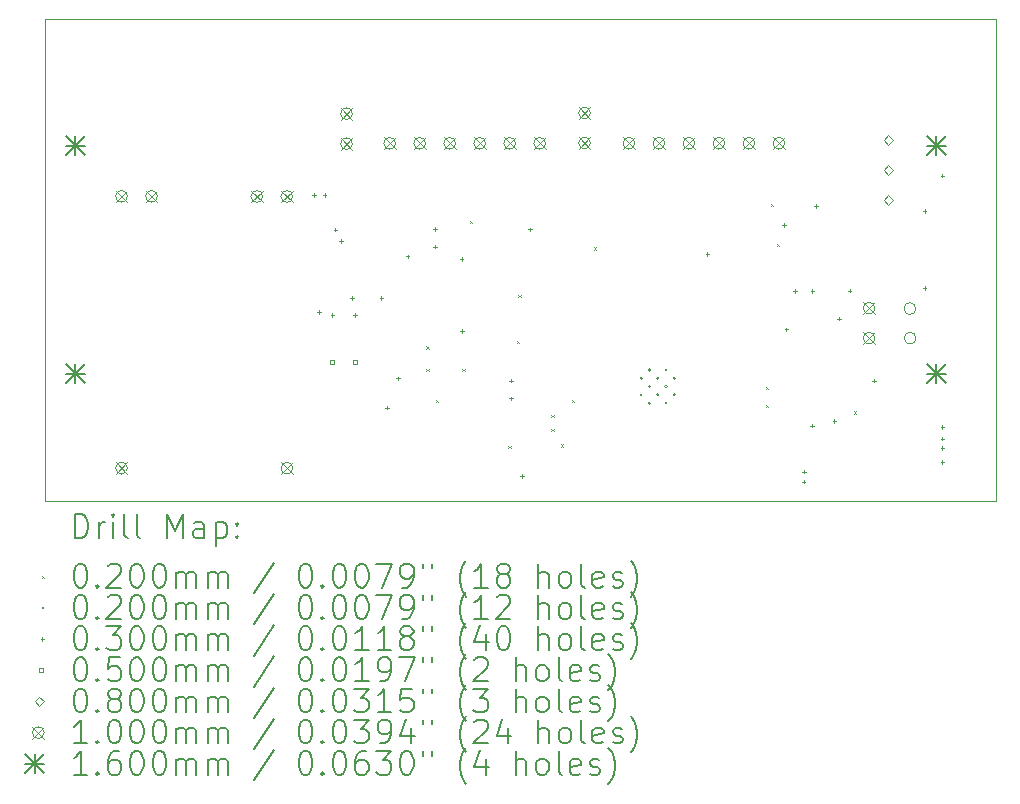
<source format=gbr>
%TF.GenerationSoftware,KiCad,Pcbnew,7.0.10*%
%TF.CreationDate,2024-02-02T07:34:27+01:00*%
%TF.ProjectId,stm32_esp32_pcb,73746d33-325f-4657-9370-33325f706362,rev?*%
%TF.SameCoordinates,Original*%
%TF.FileFunction,Drillmap*%
%TF.FilePolarity,Positive*%
%FSLAX45Y45*%
G04 Gerber Fmt 4.5, Leading zero omitted, Abs format (unit mm)*
G04 Created by KiCad (PCBNEW 7.0.10) date 2024-02-02 07:34:27*
%MOMM*%
%LPD*%
G01*
G04 APERTURE LIST*
%ADD10C,0.100000*%
%ADD11C,0.050000*%
%ADD12C,0.200000*%
%ADD13C,0.160000*%
G04 APERTURE END LIST*
D10*
X21000000Y-4900000D02*
X21000000Y-8975000D01*
D11*
X20327500Y-7600000D02*
G75*
G03*
X20227500Y-7600000I-50000J0D01*
G01*
X20227500Y-7600000D02*
G75*
G03*
X20327500Y-7600000I50000J0D01*
G01*
D10*
X12950000Y-8975000D02*
X12950000Y-4900000D01*
D11*
X20325000Y-7350000D02*
G75*
G03*
X20225000Y-7350000I-50000J0D01*
G01*
X20225000Y-7350000D02*
G75*
G03*
X20325000Y-7350000I50000J0D01*
G01*
D10*
X12950000Y-4900000D02*
X21000000Y-4900000D01*
X21000000Y-8975000D02*
X12950000Y-8975000D01*
D12*
D10*
X16180000Y-7670000D02*
X16200000Y-7690000D01*
X16200000Y-7670000D02*
X16180000Y-7690000D01*
X16180000Y-7860000D02*
X16200000Y-7880000D01*
X16200000Y-7860000D02*
X16180000Y-7880000D01*
X16260000Y-8120000D02*
X16280000Y-8140000D01*
X16280000Y-8120000D02*
X16260000Y-8140000D01*
X16485000Y-7860000D02*
X16505000Y-7880000D01*
X16505000Y-7860000D02*
X16485000Y-7880000D01*
X16550000Y-6605000D02*
X16570000Y-6625000D01*
X16570000Y-6605000D02*
X16550000Y-6625000D01*
X16875000Y-8510000D02*
X16895000Y-8530000D01*
X16895000Y-8510000D02*
X16875000Y-8530000D01*
X16945000Y-7620000D02*
X16965000Y-7640000D01*
X16965000Y-7620000D02*
X16945000Y-7640000D01*
X16960000Y-7232500D02*
X16980000Y-7252500D01*
X16980000Y-7232500D02*
X16960000Y-7252500D01*
X17240000Y-8250000D02*
X17260000Y-8270000D01*
X17260000Y-8250000D02*
X17240000Y-8270000D01*
X17240000Y-8370000D02*
X17260000Y-8390000D01*
X17260000Y-8370000D02*
X17240000Y-8390000D01*
X17320000Y-8500000D02*
X17340000Y-8520000D01*
X17340000Y-8500000D02*
X17320000Y-8520000D01*
X17415000Y-8121500D02*
X17435000Y-8141500D01*
X17435000Y-8121500D02*
X17415000Y-8141500D01*
X17600000Y-6830000D02*
X17620000Y-6850000D01*
X17620000Y-6830000D02*
X17600000Y-6850000D01*
X19055000Y-8010000D02*
X19075000Y-8030000D01*
X19075000Y-8010000D02*
X19055000Y-8030000D01*
X19055000Y-8165000D02*
X19075000Y-8185000D01*
X19075000Y-8165000D02*
X19055000Y-8185000D01*
X19095000Y-6465000D02*
X19115000Y-6485000D01*
X19115000Y-6465000D02*
X19095000Y-6485000D01*
X19150000Y-6800000D02*
X19170000Y-6820000D01*
X19170000Y-6800000D02*
X19150000Y-6820000D01*
X19800000Y-8220000D02*
X19820000Y-8240000D01*
X19820000Y-8220000D02*
X19800000Y-8240000D01*
X18010000Y-7940000D02*
G75*
G03*
X17990000Y-7940000I-10000J0D01*
G01*
X17990000Y-7940000D02*
G75*
G03*
X18010000Y-7940000I10000J0D01*
G01*
X18010000Y-8080000D02*
G75*
G03*
X17990000Y-8080000I-10000J0D01*
G01*
X17990000Y-8080000D02*
G75*
G03*
X18010000Y-8080000I10000J0D01*
G01*
X18080000Y-7870000D02*
G75*
G03*
X18060000Y-7870000I-10000J0D01*
G01*
X18060000Y-7870000D02*
G75*
G03*
X18080000Y-7870000I10000J0D01*
G01*
X18080000Y-8010000D02*
G75*
G03*
X18060000Y-8010000I-10000J0D01*
G01*
X18060000Y-8010000D02*
G75*
G03*
X18080000Y-8010000I10000J0D01*
G01*
X18080000Y-8150000D02*
G75*
G03*
X18060000Y-8150000I-10000J0D01*
G01*
X18060000Y-8150000D02*
G75*
G03*
X18080000Y-8150000I10000J0D01*
G01*
X18150000Y-7940000D02*
G75*
G03*
X18130000Y-7940000I-10000J0D01*
G01*
X18130000Y-7940000D02*
G75*
G03*
X18150000Y-7940000I10000J0D01*
G01*
X18150000Y-8080000D02*
G75*
G03*
X18130000Y-8080000I-10000J0D01*
G01*
X18130000Y-8080000D02*
G75*
G03*
X18150000Y-8080000I10000J0D01*
G01*
X18220000Y-7870000D02*
G75*
G03*
X18200000Y-7870000I-10000J0D01*
G01*
X18200000Y-7870000D02*
G75*
G03*
X18220000Y-7870000I10000J0D01*
G01*
X18220000Y-8010000D02*
G75*
G03*
X18200000Y-8010000I-10000J0D01*
G01*
X18200000Y-8010000D02*
G75*
G03*
X18220000Y-8010000I10000J0D01*
G01*
X18220000Y-8150000D02*
G75*
G03*
X18200000Y-8150000I-10000J0D01*
G01*
X18200000Y-8150000D02*
G75*
G03*
X18220000Y-8150000I10000J0D01*
G01*
X18290000Y-7940000D02*
G75*
G03*
X18270000Y-7940000I-10000J0D01*
G01*
X18270000Y-7940000D02*
G75*
G03*
X18290000Y-7940000I10000J0D01*
G01*
X18290000Y-8080000D02*
G75*
G03*
X18270000Y-8080000I-10000J0D01*
G01*
X18270000Y-8080000D02*
G75*
G03*
X18290000Y-8080000I10000J0D01*
G01*
X15230000Y-6375000D02*
X15230000Y-6405000D01*
X15215000Y-6390000D02*
X15245000Y-6390000D01*
X15270000Y-7362500D02*
X15270000Y-7392500D01*
X15255000Y-7377500D02*
X15285000Y-7377500D01*
X15320000Y-6375000D02*
X15320000Y-6405000D01*
X15305000Y-6390000D02*
X15335000Y-6390000D01*
X15385000Y-7387500D02*
X15385000Y-7417500D01*
X15370000Y-7402500D02*
X15400000Y-7402500D01*
X15410000Y-6665000D02*
X15410000Y-6695000D01*
X15395000Y-6680000D02*
X15425000Y-6680000D01*
X15460000Y-6760000D02*
X15460000Y-6790000D01*
X15445000Y-6775000D02*
X15475000Y-6775000D01*
X15550000Y-7245000D02*
X15550000Y-7275000D01*
X15535000Y-7260000D02*
X15565000Y-7260000D01*
X15575000Y-7387500D02*
X15575000Y-7417500D01*
X15560000Y-7402500D02*
X15590000Y-7402500D01*
X15800000Y-7245000D02*
X15800000Y-7275000D01*
X15785000Y-7260000D02*
X15815000Y-7260000D01*
X15850000Y-8172500D02*
X15850000Y-8202500D01*
X15835000Y-8187500D02*
X15865000Y-8187500D01*
X15940000Y-7925000D02*
X15940000Y-7955000D01*
X15925000Y-7940000D02*
X15955000Y-7940000D01*
X16022500Y-6892500D02*
X16022500Y-6922500D01*
X16007500Y-6907500D02*
X16037500Y-6907500D01*
X16255000Y-6660000D02*
X16255000Y-6690000D01*
X16240000Y-6675000D02*
X16270000Y-6675000D01*
X16255000Y-6810000D02*
X16255000Y-6840000D01*
X16240000Y-6825000D02*
X16270000Y-6825000D01*
X16480000Y-6915000D02*
X16480000Y-6945000D01*
X16465000Y-6930000D02*
X16495000Y-6930000D01*
X16483750Y-7525000D02*
X16483750Y-7555000D01*
X16468750Y-7540000D02*
X16498750Y-7540000D01*
X16900000Y-7945000D02*
X16900000Y-7975000D01*
X16885000Y-7960000D02*
X16915000Y-7960000D01*
X16900000Y-8095000D02*
X16900000Y-8125000D01*
X16885000Y-8110000D02*
X16915000Y-8110000D01*
X16990000Y-8750000D02*
X16990000Y-8780000D01*
X16975000Y-8765000D02*
X17005000Y-8765000D01*
X17060000Y-6663750D02*
X17060000Y-6693750D01*
X17045000Y-6678750D02*
X17075000Y-6678750D01*
X18560000Y-6870000D02*
X18560000Y-6900000D01*
X18545000Y-6885000D02*
X18575000Y-6885000D01*
X19210000Y-6625000D02*
X19210000Y-6655000D01*
X19195000Y-6640000D02*
X19225000Y-6640000D01*
X19230000Y-7510000D02*
X19230000Y-7540000D01*
X19215000Y-7525000D02*
X19245000Y-7525000D01*
X19300000Y-7185000D02*
X19300000Y-7215000D01*
X19285000Y-7200000D02*
X19315000Y-7200000D01*
X19375000Y-8800000D02*
X19375000Y-8830000D01*
X19360000Y-8815000D02*
X19390000Y-8815000D01*
X19380000Y-8715000D02*
X19380000Y-8745000D01*
X19365000Y-8730000D02*
X19395000Y-8730000D01*
X19445000Y-8325000D02*
X19445000Y-8355000D01*
X19430000Y-8340000D02*
X19460000Y-8340000D01*
X19450000Y-7185000D02*
X19450000Y-7215000D01*
X19435000Y-7200000D02*
X19465000Y-7200000D01*
X19480000Y-6465000D02*
X19480000Y-6495000D01*
X19465000Y-6480000D02*
X19495000Y-6480000D01*
X19635000Y-8285000D02*
X19635000Y-8315000D01*
X19620000Y-8300000D02*
X19650000Y-8300000D01*
X19675000Y-7420000D02*
X19675000Y-7450000D01*
X19660000Y-7435000D02*
X19690000Y-7435000D01*
X19765000Y-7182500D02*
X19765000Y-7212500D01*
X19750000Y-7197500D02*
X19780000Y-7197500D01*
X19970000Y-7945000D02*
X19970000Y-7975000D01*
X19955000Y-7960000D02*
X19985000Y-7960000D01*
X20400000Y-6510000D02*
X20400000Y-6540000D01*
X20385000Y-6525000D02*
X20415000Y-6525000D01*
X20400000Y-7160000D02*
X20400000Y-7190000D01*
X20385000Y-7175000D02*
X20415000Y-7175000D01*
X20550000Y-6208750D02*
X20550000Y-6238750D01*
X20535000Y-6223750D02*
X20565000Y-6223750D01*
X20550000Y-8335000D02*
X20550000Y-8365000D01*
X20535000Y-8350000D02*
X20565000Y-8350000D01*
X20550000Y-8435000D02*
X20550000Y-8465000D01*
X20535000Y-8450000D02*
X20565000Y-8450000D01*
X20550000Y-8515000D02*
X20550000Y-8545000D01*
X20535000Y-8530000D02*
X20565000Y-8530000D01*
X20550000Y-8635000D02*
X20550000Y-8665000D01*
X20535000Y-8650000D02*
X20565000Y-8650000D01*
X15402678Y-7817678D02*
X15402678Y-7782322D01*
X15367322Y-7782322D01*
X15367322Y-7817678D01*
X15402678Y-7817678D01*
X15592678Y-7817678D02*
X15592678Y-7782322D01*
X15557322Y-7782322D01*
X15557322Y-7817678D01*
X15592678Y-7817678D01*
X20092500Y-5962000D02*
X20132500Y-5922000D01*
X20092500Y-5882000D01*
X20052500Y-5922000D01*
X20092500Y-5962000D01*
X20092500Y-6216000D02*
X20132500Y-6176000D01*
X20092500Y-6136000D01*
X20052500Y-6176000D01*
X20092500Y-6216000D01*
X20092500Y-6470000D02*
X20132500Y-6430000D01*
X20092500Y-6390000D01*
X20052500Y-6430000D01*
X20092500Y-6470000D01*
X13550000Y-6350000D02*
X13650000Y-6450000D01*
X13650000Y-6350000D02*
X13550000Y-6450000D01*
X13650000Y-6400000D02*
G75*
G03*
X13550000Y-6400000I-50000J0D01*
G01*
X13550000Y-6400000D02*
G75*
G03*
X13650000Y-6400000I50000J0D01*
G01*
X13550000Y-8650000D02*
X13650000Y-8750000D01*
X13650000Y-8650000D02*
X13550000Y-8750000D01*
X13650000Y-8700000D02*
G75*
G03*
X13550000Y-8700000I-50000J0D01*
G01*
X13550000Y-8700000D02*
G75*
G03*
X13650000Y-8700000I50000J0D01*
G01*
X13804000Y-6350000D02*
X13904000Y-6450000D01*
X13904000Y-6350000D02*
X13804000Y-6450000D01*
X13904000Y-6400000D02*
G75*
G03*
X13804000Y-6400000I-50000J0D01*
G01*
X13804000Y-6400000D02*
G75*
G03*
X13904000Y-6400000I50000J0D01*
G01*
X14696000Y-6350000D02*
X14796000Y-6450000D01*
X14796000Y-6350000D02*
X14696000Y-6450000D01*
X14796000Y-6400000D02*
G75*
G03*
X14696000Y-6400000I-50000J0D01*
G01*
X14696000Y-6400000D02*
G75*
G03*
X14796000Y-6400000I50000J0D01*
G01*
X14950000Y-6350000D02*
X15050000Y-6450000D01*
X15050000Y-6350000D02*
X14950000Y-6450000D01*
X15050000Y-6400000D02*
G75*
G03*
X14950000Y-6400000I-50000J0D01*
G01*
X14950000Y-6400000D02*
G75*
G03*
X15050000Y-6400000I50000J0D01*
G01*
X14950000Y-8650000D02*
X15050000Y-8750000D01*
X15050000Y-8650000D02*
X14950000Y-8750000D01*
X15050000Y-8700000D02*
G75*
G03*
X14950000Y-8700000I-50000J0D01*
G01*
X14950000Y-8700000D02*
G75*
G03*
X15050000Y-8700000I50000J0D01*
G01*
X15455000Y-5648500D02*
X15555000Y-5748500D01*
X15555000Y-5648500D02*
X15455000Y-5748500D01*
X15555000Y-5698500D02*
G75*
G03*
X15455000Y-5698500I-50000J0D01*
G01*
X15455000Y-5698500D02*
G75*
G03*
X15555000Y-5698500I50000J0D01*
G01*
X15455000Y-5902500D02*
X15555000Y-6002500D01*
X15555000Y-5902500D02*
X15455000Y-6002500D01*
X15555000Y-5952500D02*
G75*
G03*
X15455000Y-5952500I-50000J0D01*
G01*
X15455000Y-5952500D02*
G75*
G03*
X15555000Y-5952500I50000J0D01*
G01*
X15821000Y-5900000D02*
X15921000Y-6000000D01*
X15921000Y-5900000D02*
X15821000Y-6000000D01*
X15921000Y-5950000D02*
G75*
G03*
X15821000Y-5950000I-50000J0D01*
G01*
X15821000Y-5950000D02*
G75*
G03*
X15921000Y-5950000I50000J0D01*
G01*
X16075000Y-5900000D02*
X16175000Y-6000000D01*
X16175000Y-5900000D02*
X16075000Y-6000000D01*
X16175000Y-5950000D02*
G75*
G03*
X16075000Y-5950000I-50000J0D01*
G01*
X16075000Y-5950000D02*
G75*
G03*
X16175000Y-5950000I50000J0D01*
G01*
X16329000Y-5900000D02*
X16429000Y-6000000D01*
X16429000Y-5900000D02*
X16329000Y-6000000D01*
X16429000Y-5950000D02*
G75*
G03*
X16329000Y-5950000I-50000J0D01*
G01*
X16329000Y-5950000D02*
G75*
G03*
X16429000Y-5950000I50000J0D01*
G01*
X16583000Y-5900000D02*
X16683000Y-6000000D01*
X16683000Y-5900000D02*
X16583000Y-6000000D01*
X16683000Y-5950000D02*
G75*
G03*
X16583000Y-5950000I-50000J0D01*
G01*
X16583000Y-5950000D02*
G75*
G03*
X16683000Y-5950000I50000J0D01*
G01*
X16837000Y-5900000D02*
X16937000Y-6000000D01*
X16937000Y-5900000D02*
X16837000Y-6000000D01*
X16937000Y-5950000D02*
G75*
G03*
X16837000Y-5950000I-50000J0D01*
G01*
X16837000Y-5950000D02*
G75*
G03*
X16937000Y-5950000I50000J0D01*
G01*
X17091000Y-5900000D02*
X17191000Y-6000000D01*
X17191000Y-5900000D02*
X17091000Y-6000000D01*
X17191000Y-5950000D02*
G75*
G03*
X17091000Y-5950000I-50000J0D01*
G01*
X17091000Y-5950000D02*
G75*
G03*
X17191000Y-5950000I50000J0D01*
G01*
X17470000Y-5643500D02*
X17570000Y-5743500D01*
X17570000Y-5643500D02*
X17470000Y-5743500D01*
X17570000Y-5693500D02*
G75*
G03*
X17470000Y-5693500I-50000J0D01*
G01*
X17470000Y-5693500D02*
G75*
G03*
X17570000Y-5693500I50000J0D01*
G01*
X17470000Y-5897500D02*
X17570000Y-5997500D01*
X17570000Y-5897500D02*
X17470000Y-5997500D01*
X17570000Y-5947500D02*
G75*
G03*
X17470000Y-5947500I-50000J0D01*
G01*
X17470000Y-5947500D02*
G75*
G03*
X17570000Y-5947500I50000J0D01*
G01*
X17846000Y-5900000D02*
X17946000Y-6000000D01*
X17946000Y-5900000D02*
X17846000Y-6000000D01*
X17946000Y-5950000D02*
G75*
G03*
X17846000Y-5950000I-50000J0D01*
G01*
X17846000Y-5950000D02*
G75*
G03*
X17946000Y-5950000I50000J0D01*
G01*
X18100000Y-5900000D02*
X18200000Y-6000000D01*
X18200000Y-5900000D02*
X18100000Y-6000000D01*
X18200000Y-5950000D02*
G75*
G03*
X18100000Y-5950000I-50000J0D01*
G01*
X18100000Y-5950000D02*
G75*
G03*
X18200000Y-5950000I50000J0D01*
G01*
X18354000Y-5900000D02*
X18454000Y-6000000D01*
X18454000Y-5900000D02*
X18354000Y-6000000D01*
X18454000Y-5950000D02*
G75*
G03*
X18354000Y-5950000I-50000J0D01*
G01*
X18354000Y-5950000D02*
G75*
G03*
X18454000Y-5950000I50000J0D01*
G01*
X18608000Y-5900000D02*
X18708000Y-6000000D01*
X18708000Y-5900000D02*
X18608000Y-6000000D01*
X18708000Y-5950000D02*
G75*
G03*
X18608000Y-5950000I-50000J0D01*
G01*
X18608000Y-5950000D02*
G75*
G03*
X18708000Y-5950000I50000J0D01*
G01*
X18862000Y-5900000D02*
X18962000Y-6000000D01*
X18962000Y-5900000D02*
X18862000Y-6000000D01*
X18962000Y-5950000D02*
G75*
G03*
X18862000Y-5950000I-50000J0D01*
G01*
X18862000Y-5950000D02*
G75*
G03*
X18962000Y-5950000I50000J0D01*
G01*
X19116000Y-5900000D02*
X19216000Y-6000000D01*
X19216000Y-5900000D02*
X19116000Y-6000000D01*
X19216000Y-5950000D02*
G75*
G03*
X19116000Y-5950000I-50000J0D01*
G01*
X19116000Y-5950000D02*
G75*
G03*
X19216000Y-5950000I50000J0D01*
G01*
X19880000Y-7295000D02*
X19980000Y-7395000D01*
X19980000Y-7295000D02*
X19880000Y-7395000D01*
X19980000Y-7345000D02*
G75*
G03*
X19880000Y-7345000I-50000J0D01*
G01*
X19880000Y-7345000D02*
G75*
G03*
X19980000Y-7345000I50000J0D01*
G01*
X19880000Y-7549000D02*
X19980000Y-7649000D01*
X19980000Y-7549000D02*
X19880000Y-7649000D01*
X19980000Y-7599000D02*
G75*
G03*
X19880000Y-7599000I-50000J0D01*
G01*
X19880000Y-7599000D02*
G75*
G03*
X19980000Y-7599000I50000J0D01*
G01*
D13*
X13130000Y-5890000D02*
X13290000Y-6050000D01*
X13290000Y-5890000D02*
X13130000Y-6050000D01*
X13210000Y-5890000D02*
X13210000Y-6050000D01*
X13130000Y-5970000D02*
X13290000Y-5970000D01*
X13130000Y-7820000D02*
X13290000Y-7980000D01*
X13290000Y-7820000D02*
X13130000Y-7980000D01*
X13210000Y-7820000D02*
X13210000Y-7980000D01*
X13130000Y-7900000D02*
X13290000Y-7900000D01*
X20420000Y-5890000D02*
X20580000Y-6050000D01*
X20580000Y-5890000D02*
X20420000Y-6050000D01*
X20500000Y-5890000D02*
X20500000Y-6050000D01*
X20420000Y-5970000D02*
X20580000Y-5970000D01*
X20420000Y-7820000D02*
X20580000Y-7980000D01*
X20580000Y-7820000D02*
X20420000Y-7980000D01*
X20500000Y-7820000D02*
X20500000Y-7980000D01*
X20420000Y-7900000D02*
X20580000Y-7900000D01*
D12*
X13205777Y-9291484D02*
X13205777Y-9091484D01*
X13205777Y-9091484D02*
X13253396Y-9091484D01*
X13253396Y-9091484D02*
X13281967Y-9101008D01*
X13281967Y-9101008D02*
X13301015Y-9120055D01*
X13301015Y-9120055D02*
X13310539Y-9139103D01*
X13310539Y-9139103D02*
X13320062Y-9177198D01*
X13320062Y-9177198D02*
X13320062Y-9205770D01*
X13320062Y-9205770D02*
X13310539Y-9243865D01*
X13310539Y-9243865D02*
X13301015Y-9262912D01*
X13301015Y-9262912D02*
X13281967Y-9281960D01*
X13281967Y-9281960D02*
X13253396Y-9291484D01*
X13253396Y-9291484D02*
X13205777Y-9291484D01*
X13405777Y-9291484D02*
X13405777Y-9158150D01*
X13405777Y-9196246D02*
X13415301Y-9177198D01*
X13415301Y-9177198D02*
X13424824Y-9167674D01*
X13424824Y-9167674D02*
X13443872Y-9158150D01*
X13443872Y-9158150D02*
X13462920Y-9158150D01*
X13529586Y-9291484D02*
X13529586Y-9158150D01*
X13529586Y-9091484D02*
X13520062Y-9101008D01*
X13520062Y-9101008D02*
X13529586Y-9110531D01*
X13529586Y-9110531D02*
X13539110Y-9101008D01*
X13539110Y-9101008D02*
X13529586Y-9091484D01*
X13529586Y-9091484D02*
X13529586Y-9110531D01*
X13653396Y-9291484D02*
X13634348Y-9281960D01*
X13634348Y-9281960D02*
X13624824Y-9262912D01*
X13624824Y-9262912D02*
X13624824Y-9091484D01*
X13758158Y-9291484D02*
X13739110Y-9281960D01*
X13739110Y-9281960D02*
X13729586Y-9262912D01*
X13729586Y-9262912D02*
X13729586Y-9091484D01*
X13986729Y-9291484D02*
X13986729Y-9091484D01*
X13986729Y-9091484D02*
X14053396Y-9234341D01*
X14053396Y-9234341D02*
X14120062Y-9091484D01*
X14120062Y-9091484D02*
X14120062Y-9291484D01*
X14301015Y-9291484D02*
X14301015Y-9186722D01*
X14301015Y-9186722D02*
X14291491Y-9167674D01*
X14291491Y-9167674D02*
X14272443Y-9158150D01*
X14272443Y-9158150D02*
X14234348Y-9158150D01*
X14234348Y-9158150D02*
X14215301Y-9167674D01*
X14301015Y-9281960D02*
X14281967Y-9291484D01*
X14281967Y-9291484D02*
X14234348Y-9291484D01*
X14234348Y-9291484D02*
X14215301Y-9281960D01*
X14215301Y-9281960D02*
X14205777Y-9262912D01*
X14205777Y-9262912D02*
X14205777Y-9243865D01*
X14205777Y-9243865D02*
X14215301Y-9224817D01*
X14215301Y-9224817D02*
X14234348Y-9215293D01*
X14234348Y-9215293D02*
X14281967Y-9215293D01*
X14281967Y-9215293D02*
X14301015Y-9205770D01*
X14396253Y-9158150D02*
X14396253Y-9358150D01*
X14396253Y-9167674D02*
X14415301Y-9158150D01*
X14415301Y-9158150D02*
X14453396Y-9158150D01*
X14453396Y-9158150D02*
X14472443Y-9167674D01*
X14472443Y-9167674D02*
X14481967Y-9177198D01*
X14481967Y-9177198D02*
X14491491Y-9196246D01*
X14491491Y-9196246D02*
X14491491Y-9253389D01*
X14491491Y-9253389D02*
X14481967Y-9272436D01*
X14481967Y-9272436D02*
X14472443Y-9281960D01*
X14472443Y-9281960D02*
X14453396Y-9291484D01*
X14453396Y-9291484D02*
X14415301Y-9291484D01*
X14415301Y-9291484D02*
X14396253Y-9281960D01*
X14577205Y-9272436D02*
X14586729Y-9281960D01*
X14586729Y-9281960D02*
X14577205Y-9291484D01*
X14577205Y-9291484D02*
X14567682Y-9281960D01*
X14567682Y-9281960D02*
X14577205Y-9272436D01*
X14577205Y-9272436D02*
X14577205Y-9291484D01*
X14577205Y-9167674D02*
X14586729Y-9177198D01*
X14586729Y-9177198D02*
X14577205Y-9186722D01*
X14577205Y-9186722D02*
X14567682Y-9177198D01*
X14567682Y-9177198D02*
X14577205Y-9167674D01*
X14577205Y-9167674D02*
X14577205Y-9186722D01*
D10*
X12925000Y-9610000D02*
X12945000Y-9630000D01*
X12945000Y-9610000D02*
X12925000Y-9630000D01*
D12*
X13243872Y-9511484D02*
X13262920Y-9511484D01*
X13262920Y-9511484D02*
X13281967Y-9521008D01*
X13281967Y-9521008D02*
X13291491Y-9530531D01*
X13291491Y-9530531D02*
X13301015Y-9549579D01*
X13301015Y-9549579D02*
X13310539Y-9587674D01*
X13310539Y-9587674D02*
X13310539Y-9635293D01*
X13310539Y-9635293D02*
X13301015Y-9673389D01*
X13301015Y-9673389D02*
X13291491Y-9692436D01*
X13291491Y-9692436D02*
X13281967Y-9701960D01*
X13281967Y-9701960D02*
X13262920Y-9711484D01*
X13262920Y-9711484D02*
X13243872Y-9711484D01*
X13243872Y-9711484D02*
X13224824Y-9701960D01*
X13224824Y-9701960D02*
X13215301Y-9692436D01*
X13215301Y-9692436D02*
X13205777Y-9673389D01*
X13205777Y-9673389D02*
X13196253Y-9635293D01*
X13196253Y-9635293D02*
X13196253Y-9587674D01*
X13196253Y-9587674D02*
X13205777Y-9549579D01*
X13205777Y-9549579D02*
X13215301Y-9530531D01*
X13215301Y-9530531D02*
X13224824Y-9521008D01*
X13224824Y-9521008D02*
X13243872Y-9511484D01*
X13396253Y-9692436D02*
X13405777Y-9701960D01*
X13405777Y-9701960D02*
X13396253Y-9711484D01*
X13396253Y-9711484D02*
X13386729Y-9701960D01*
X13386729Y-9701960D02*
X13396253Y-9692436D01*
X13396253Y-9692436D02*
X13396253Y-9711484D01*
X13481967Y-9530531D02*
X13491491Y-9521008D01*
X13491491Y-9521008D02*
X13510539Y-9511484D01*
X13510539Y-9511484D02*
X13558158Y-9511484D01*
X13558158Y-9511484D02*
X13577205Y-9521008D01*
X13577205Y-9521008D02*
X13586729Y-9530531D01*
X13586729Y-9530531D02*
X13596253Y-9549579D01*
X13596253Y-9549579D02*
X13596253Y-9568627D01*
X13596253Y-9568627D02*
X13586729Y-9597198D01*
X13586729Y-9597198D02*
X13472443Y-9711484D01*
X13472443Y-9711484D02*
X13596253Y-9711484D01*
X13720062Y-9511484D02*
X13739110Y-9511484D01*
X13739110Y-9511484D02*
X13758158Y-9521008D01*
X13758158Y-9521008D02*
X13767682Y-9530531D01*
X13767682Y-9530531D02*
X13777205Y-9549579D01*
X13777205Y-9549579D02*
X13786729Y-9587674D01*
X13786729Y-9587674D02*
X13786729Y-9635293D01*
X13786729Y-9635293D02*
X13777205Y-9673389D01*
X13777205Y-9673389D02*
X13767682Y-9692436D01*
X13767682Y-9692436D02*
X13758158Y-9701960D01*
X13758158Y-9701960D02*
X13739110Y-9711484D01*
X13739110Y-9711484D02*
X13720062Y-9711484D01*
X13720062Y-9711484D02*
X13701015Y-9701960D01*
X13701015Y-9701960D02*
X13691491Y-9692436D01*
X13691491Y-9692436D02*
X13681967Y-9673389D01*
X13681967Y-9673389D02*
X13672443Y-9635293D01*
X13672443Y-9635293D02*
X13672443Y-9587674D01*
X13672443Y-9587674D02*
X13681967Y-9549579D01*
X13681967Y-9549579D02*
X13691491Y-9530531D01*
X13691491Y-9530531D02*
X13701015Y-9521008D01*
X13701015Y-9521008D02*
X13720062Y-9511484D01*
X13910539Y-9511484D02*
X13929586Y-9511484D01*
X13929586Y-9511484D02*
X13948634Y-9521008D01*
X13948634Y-9521008D02*
X13958158Y-9530531D01*
X13958158Y-9530531D02*
X13967682Y-9549579D01*
X13967682Y-9549579D02*
X13977205Y-9587674D01*
X13977205Y-9587674D02*
X13977205Y-9635293D01*
X13977205Y-9635293D02*
X13967682Y-9673389D01*
X13967682Y-9673389D02*
X13958158Y-9692436D01*
X13958158Y-9692436D02*
X13948634Y-9701960D01*
X13948634Y-9701960D02*
X13929586Y-9711484D01*
X13929586Y-9711484D02*
X13910539Y-9711484D01*
X13910539Y-9711484D02*
X13891491Y-9701960D01*
X13891491Y-9701960D02*
X13881967Y-9692436D01*
X13881967Y-9692436D02*
X13872443Y-9673389D01*
X13872443Y-9673389D02*
X13862920Y-9635293D01*
X13862920Y-9635293D02*
X13862920Y-9587674D01*
X13862920Y-9587674D02*
X13872443Y-9549579D01*
X13872443Y-9549579D02*
X13881967Y-9530531D01*
X13881967Y-9530531D02*
X13891491Y-9521008D01*
X13891491Y-9521008D02*
X13910539Y-9511484D01*
X14062920Y-9711484D02*
X14062920Y-9578150D01*
X14062920Y-9597198D02*
X14072443Y-9587674D01*
X14072443Y-9587674D02*
X14091491Y-9578150D01*
X14091491Y-9578150D02*
X14120063Y-9578150D01*
X14120063Y-9578150D02*
X14139110Y-9587674D01*
X14139110Y-9587674D02*
X14148634Y-9606722D01*
X14148634Y-9606722D02*
X14148634Y-9711484D01*
X14148634Y-9606722D02*
X14158158Y-9587674D01*
X14158158Y-9587674D02*
X14177205Y-9578150D01*
X14177205Y-9578150D02*
X14205777Y-9578150D01*
X14205777Y-9578150D02*
X14224824Y-9587674D01*
X14224824Y-9587674D02*
X14234348Y-9606722D01*
X14234348Y-9606722D02*
X14234348Y-9711484D01*
X14329586Y-9711484D02*
X14329586Y-9578150D01*
X14329586Y-9597198D02*
X14339110Y-9587674D01*
X14339110Y-9587674D02*
X14358158Y-9578150D01*
X14358158Y-9578150D02*
X14386729Y-9578150D01*
X14386729Y-9578150D02*
X14405777Y-9587674D01*
X14405777Y-9587674D02*
X14415301Y-9606722D01*
X14415301Y-9606722D02*
X14415301Y-9711484D01*
X14415301Y-9606722D02*
X14424824Y-9587674D01*
X14424824Y-9587674D02*
X14443872Y-9578150D01*
X14443872Y-9578150D02*
X14472443Y-9578150D01*
X14472443Y-9578150D02*
X14491491Y-9587674D01*
X14491491Y-9587674D02*
X14501015Y-9606722D01*
X14501015Y-9606722D02*
X14501015Y-9711484D01*
X14891491Y-9501960D02*
X14720063Y-9759103D01*
X15148634Y-9511484D02*
X15167682Y-9511484D01*
X15167682Y-9511484D02*
X15186729Y-9521008D01*
X15186729Y-9521008D02*
X15196253Y-9530531D01*
X15196253Y-9530531D02*
X15205777Y-9549579D01*
X15205777Y-9549579D02*
X15215301Y-9587674D01*
X15215301Y-9587674D02*
X15215301Y-9635293D01*
X15215301Y-9635293D02*
X15205777Y-9673389D01*
X15205777Y-9673389D02*
X15196253Y-9692436D01*
X15196253Y-9692436D02*
X15186729Y-9701960D01*
X15186729Y-9701960D02*
X15167682Y-9711484D01*
X15167682Y-9711484D02*
X15148634Y-9711484D01*
X15148634Y-9711484D02*
X15129586Y-9701960D01*
X15129586Y-9701960D02*
X15120063Y-9692436D01*
X15120063Y-9692436D02*
X15110539Y-9673389D01*
X15110539Y-9673389D02*
X15101015Y-9635293D01*
X15101015Y-9635293D02*
X15101015Y-9587674D01*
X15101015Y-9587674D02*
X15110539Y-9549579D01*
X15110539Y-9549579D02*
X15120063Y-9530531D01*
X15120063Y-9530531D02*
X15129586Y-9521008D01*
X15129586Y-9521008D02*
X15148634Y-9511484D01*
X15301015Y-9692436D02*
X15310539Y-9701960D01*
X15310539Y-9701960D02*
X15301015Y-9711484D01*
X15301015Y-9711484D02*
X15291491Y-9701960D01*
X15291491Y-9701960D02*
X15301015Y-9692436D01*
X15301015Y-9692436D02*
X15301015Y-9711484D01*
X15434348Y-9511484D02*
X15453396Y-9511484D01*
X15453396Y-9511484D02*
X15472444Y-9521008D01*
X15472444Y-9521008D02*
X15481967Y-9530531D01*
X15481967Y-9530531D02*
X15491491Y-9549579D01*
X15491491Y-9549579D02*
X15501015Y-9587674D01*
X15501015Y-9587674D02*
X15501015Y-9635293D01*
X15501015Y-9635293D02*
X15491491Y-9673389D01*
X15491491Y-9673389D02*
X15481967Y-9692436D01*
X15481967Y-9692436D02*
X15472444Y-9701960D01*
X15472444Y-9701960D02*
X15453396Y-9711484D01*
X15453396Y-9711484D02*
X15434348Y-9711484D01*
X15434348Y-9711484D02*
X15415301Y-9701960D01*
X15415301Y-9701960D02*
X15405777Y-9692436D01*
X15405777Y-9692436D02*
X15396253Y-9673389D01*
X15396253Y-9673389D02*
X15386729Y-9635293D01*
X15386729Y-9635293D02*
X15386729Y-9587674D01*
X15386729Y-9587674D02*
X15396253Y-9549579D01*
X15396253Y-9549579D02*
X15405777Y-9530531D01*
X15405777Y-9530531D02*
X15415301Y-9521008D01*
X15415301Y-9521008D02*
X15434348Y-9511484D01*
X15624825Y-9511484D02*
X15643872Y-9511484D01*
X15643872Y-9511484D02*
X15662920Y-9521008D01*
X15662920Y-9521008D02*
X15672444Y-9530531D01*
X15672444Y-9530531D02*
X15681967Y-9549579D01*
X15681967Y-9549579D02*
X15691491Y-9587674D01*
X15691491Y-9587674D02*
X15691491Y-9635293D01*
X15691491Y-9635293D02*
X15681967Y-9673389D01*
X15681967Y-9673389D02*
X15672444Y-9692436D01*
X15672444Y-9692436D02*
X15662920Y-9701960D01*
X15662920Y-9701960D02*
X15643872Y-9711484D01*
X15643872Y-9711484D02*
X15624825Y-9711484D01*
X15624825Y-9711484D02*
X15605777Y-9701960D01*
X15605777Y-9701960D02*
X15596253Y-9692436D01*
X15596253Y-9692436D02*
X15586729Y-9673389D01*
X15586729Y-9673389D02*
X15577206Y-9635293D01*
X15577206Y-9635293D02*
X15577206Y-9587674D01*
X15577206Y-9587674D02*
X15586729Y-9549579D01*
X15586729Y-9549579D02*
X15596253Y-9530531D01*
X15596253Y-9530531D02*
X15605777Y-9521008D01*
X15605777Y-9521008D02*
X15624825Y-9511484D01*
X15758158Y-9511484D02*
X15891491Y-9511484D01*
X15891491Y-9511484D02*
X15805777Y-9711484D01*
X15977206Y-9711484D02*
X16015301Y-9711484D01*
X16015301Y-9711484D02*
X16034348Y-9701960D01*
X16034348Y-9701960D02*
X16043872Y-9692436D01*
X16043872Y-9692436D02*
X16062920Y-9663865D01*
X16062920Y-9663865D02*
X16072444Y-9625770D01*
X16072444Y-9625770D02*
X16072444Y-9549579D01*
X16072444Y-9549579D02*
X16062920Y-9530531D01*
X16062920Y-9530531D02*
X16053396Y-9521008D01*
X16053396Y-9521008D02*
X16034348Y-9511484D01*
X16034348Y-9511484D02*
X15996253Y-9511484D01*
X15996253Y-9511484D02*
X15977206Y-9521008D01*
X15977206Y-9521008D02*
X15967682Y-9530531D01*
X15967682Y-9530531D02*
X15958158Y-9549579D01*
X15958158Y-9549579D02*
X15958158Y-9597198D01*
X15958158Y-9597198D02*
X15967682Y-9616246D01*
X15967682Y-9616246D02*
X15977206Y-9625770D01*
X15977206Y-9625770D02*
X15996253Y-9635293D01*
X15996253Y-9635293D02*
X16034348Y-9635293D01*
X16034348Y-9635293D02*
X16053396Y-9625770D01*
X16053396Y-9625770D02*
X16062920Y-9616246D01*
X16062920Y-9616246D02*
X16072444Y-9597198D01*
X16148634Y-9511484D02*
X16148634Y-9549579D01*
X16224825Y-9511484D02*
X16224825Y-9549579D01*
X16520063Y-9787674D02*
X16510539Y-9778150D01*
X16510539Y-9778150D02*
X16491491Y-9749579D01*
X16491491Y-9749579D02*
X16481968Y-9730531D01*
X16481968Y-9730531D02*
X16472444Y-9701960D01*
X16472444Y-9701960D02*
X16462920Y-9654341D01*
X16462920Y-9654341D02*
X16462920Y-9616246D01*
X16462920Y-9616246D02*
X16472444Y-9568627D01*
X16472444Y-9568627D02*
X16481968Y-9540055D01*
X16481968Y-9540055D02*
X16491491Y-9521008D01*
X16491491Y-9521008D02*
X16510539Y-9492436D01*
X16510539Y-9492436D02*
X16520063Y-9482912D01*
X16701015Y-9711484D02*
X16586729Y-9711484D01*
X16643872Y-9711484D02*
X16643872Y-9511484D01*
X16643872Y-9511484D02*
X16624825Y-9540055D01*
X16624825Y-9540055D02*
X16605777Y-9559103D01*
X16605777Y-9559103D02*
X16586729Y-9568627D01*
X16815301Y-9597198D02*
X16796253Y-9587674D01*
X16796253Y-9587674D02*
X16786730Y-9578150D01*
X16786730Y-9578150D02*
X16777206Y-9559103D01*
X16777206Y-9559103D02*
X16777206Y-9549579D01*
X16777206Y-9549579D02*
X16786730Y-9530531D01*
X16786730Y-9530531D02*
X16796253Y-9521008D01*
X16796253Y-9521008D02*
X16815301Y-9511484D01*
X16815301Y-9511484D02*
X16853396Y-9511484D01*
X16853396Y-9511484D02*
X16872444Y-9521008D01*
X16872444Y-9521008D02*
X16881968Y-9530531D01*
X16881968Y-9530531D02*
X16891491Y-9549579D01*
X16891491Y-9549579D02*
X16891491Y-9559103D01*
X16891491Y-9559103D02*
X16881968Y-9578150D01*
X16881968Y-9578150D02*
X16872444Y-9587674D01*
X16872444Y-9587674D02*
X16853396Y-9597198D01*
X16853396Y-9597198D02*
X16815301Y-9597198D01*
X16815301Y-9597198D02*
X16796253Y-9606722D01*
X16796253Y-9606722D02*
X16786730Y-9616246D01*
X16786730Y-9616246D02*
X16777206Y-9635293D01*
X16777206Y-9635293D02*
X16777206Y-9673389D01*
X16777206Y-9673389D02*
X16786730Y-9692436D01*
X16786730Y-9692436D02*
X16796253Y-9701960D01*
X16796253Y-9701960D02*
X16815301Y-9711484D01*
X16815301Y-9711484D02*
X16853396Y-9711484D01*
X16853396Y-9711484D02*
X16872444Y-9701960D01*
X16872444Y-9701960D02*
X16881968Y-9692436D01*
X16881968Y-9692436D02*
X16891491Y-9673389D01*
X16891491Y-9673389D02*
X16891491Y-9635293D01*
X16891491Y-9635293D02*
X16881968Y-9616246D01*
X16881968Y-9616246D02*
X16872444Y-9606722D01*
X16872444Y-9606722D02*
X16853396Y-9597198D01*
X17129587Y-9711484D02*
X17129587Y-9511484D01*
X17215301Y-9711484D02*
X17215301Y-9606722D01*
X17215301Y-9606722D02*
X17205777Y-9587674D01*
X17205777Y-9587674D02*
X17186730Y-9578150D01*
X17186730Y-9578150D02*
X17158158Y-9578150D01*
X17158158Y-9578150D02*
X17139111Y-9587674D01*
X17139111Y-9587674D02*
X17129587Y-9597198D01*
X17339111Y-9711484D02*
X17320063Y-9701960D01*
X17320063Y-9701960D02*
X17310539Y-9692436D01*
X17310539Y-9692436D02*
X17301015Y-9673389D01*
X17301015Y-9673389D02*
X17301015Y-9616246D01*
X17301015Y-9616246D02*
X17310539Y-9597198D01*
X17310539Y-9597198D02*
X17320063Y-9587674D01*
X17320063Y-9587674D02*
X17339111Y-9578150D01*
X17339111Y-9578150D02*
X17367682Y-9578150D01*
X17367682Y-9578150D02*
X17386730Y-9587674D01*
X17386730Y-9587674D02*
X17396253Y-9597198D01*
X17396253Y-9597198D02*
X17405777Y-9616246D01*
X17405777Y-9616246D02*
X17405777Y-9673389D01*
X17405777Y-9673389D02*
X17396253Y-9692436D01*
X17396253Y-9692436D02*
X17386730Y-9701960D01*
X17386730Y-9701960D02*
X17367682Y-9711484D01*
X17367682Y-9711484D02*
X17339111Y-9711484D01*
X17520063Y-9711484D02*
X17501015Y-9701960D01*
X17501015Y-9701960D02*
X17491492Y-9682912D01*
X17491492Y-9682912D02*
X17491492Y-9511484D01*
X17672444Y-9701960D02*
X17653396Y-9711484D01*
X17653396Y-9711484D02*
X17615301Y-9711484D01*
X17615301Y-9711484D02*
X17596253Y-9701960D01*
X17596253Y-9701960D02*
X17586730Y-9682912D01*
X17586730Y-9682912D02*
X17586730Y-9606722D01*
X17586730Y-9606722D02*
X17596253Y-9587674D01*
X17596253Y-9587674D02*
X17615301Y-9578150D01*
X17615301Y-9578150D02*
X17653396Y-9578150D01*
X17653396Y-9578150D02*
X17672444Y-9587674D01*
X17672444Y-9587674D02*
X17681968Y-9606722D01*
X17681968Y-9606722D02*
X17681968Y-9625770D01*
X17681968Y-9625770D02*
X17586730Y-9644817D01*
X17758158Y-9701960D02*
X17777206Y-9711484D01*
X17777206Y-9711484D02*
X17815301Y-9711484D01*
X17815301Y-9711484D02*
X17834349Y-9701960D01*
X17834349Y-9701960D02*
X17843873Y-9682912D01*
X17843873Y-9682912D02*
X17843873Y-9673389D01*
X17843873Y-9673389D02*
X17834349Y-9654341D01*
X17834349Y-9654341D02*
X17815301Y-9644817D01*
X17815301Y-9644817D02*
X17786730Y-9644817D01*
X17786730Y-9644817D02*
X17767682Y-9635293D01*
X17767682Y-9635293D02*
X17758158Y-9616246D01*
X17758158Y-9616246D02*
X17758158Y-9606722D01*
X17758158Y-9606722D02*
X17767682Y-9587674D01*
X17767682Y-9587674D02*
X17786730Y-9578150D01*
X17786730Y-9578150D02*
X17815301Y-9578150D01*
X17815301Y-9578150D02*
X17834349Y-9587674D01*
X17910539Y-9787674D02*
X17920063Y-9778150D01*
X17920063Y-9778150D02*
X17939111Y-9749579D01*
X17939111Y-9749579D02*
X17948634Y-9730531D01*
X17948634Y-9730531D02*
X17958158Y-9701960D01*
X17958158Y-9701960D02*
X17967682Y-9654341D01*
X17967682Y-9654341D02*
X17967682Y-9616246D01*
X17967682Y-9616246D02*
X17958158Y-9568627D01*
X17958158Y-9568627D02*
X17948634Y-9540055D01*
X17948634Y-9540055D02*
X17939111Y-9521008D01*
X17939111Y-9521008D02*
X17920063Y-9492436D01*
X17920063Y-9492436D02*
X17910539Y-9482912D01*
D10*
X12945000Y-9884000D02*
G75*
G03*
X12925000Y-9884000I-10000J0D01*
G01*
X12925000Y-9884000D02*
G75*
G03*
X12945000Y-9884000I10000J0D01*
G01*
D12*
X13243872Y-9775484D02*
X13262920Y-9775484D01*
X13262920Y-9775484D02*
X13281967Y-9785008D01*
X13281967Y-9785008D02*
X13291491Y-9794531D01*
X13291491Y-9794531D02*
X13301015Y-9813579D01*
X13301015Y-9813579D02*
X13310539Y-9851674D01*
X13310539Y-9851674D02*
X13310539Y-9899293D01*
X13310539Y-9899293D02*
X13301015Y-9937389D01*
X13301015Y-9937389D02*
X13291491Y-9956436D01*
X13291491Y-9956436D02*
X13281967Y-9965960D01*
X13281967Y-9965960D02*
X13262920Y-9975484D01*
X13262920Y-9975484D02*
X13243872Y-9975484D01*
X13243872Y-9975484D02*
X13224824Y-9965960D01*
X13224824Y-9965960D02*
X13215301Y-9956436D01*
X13215301Y-9956436D02*
X13205777Y-9937389D01*
X13205777Y-9937389D02*
X13196253Y-9899293D01*
X13196253Y-9899293D02*
X13196253Y-9851674D01*
X13196253Y-9851674D02*
X13205777Y-9813579D01*
X13205777Y-9813579D02*
X13215301Y-9794531D01*
X13215301Y-9794531D02*
X13224824Y-9785008D01*
X13224824Y-9785008D02*
X13243872Y-9775484D01*
X13396253Y-9956436D02*
X13405777Y-9965960D01*
X13405777Y-9965960D02*
X13396253Y-9975484D01*
X13396253Y-9975484D02*
X13386729Y-9965960D01*
X13386729Y-9965960D02*
X13396253Y-9956436D01*
X13396253Y-9956436D02*
X13396253Y-9975484D01*
X13481967Y-9794531D02*
X13491491Y-9785008D01*
X13491491Y-9785008D02*
X13510539Y-9775484D01*
X13510539Y-9775484D02*
X13558158Y-9775484D01*
X13558158Y-9775484D02*
X13577205Y-9785008D01*
X13577205Y-9785008D02*
X13586729Y-9794531D01*
X13586729Y-9794531D02*
X13596253Y-9813579D01*
X13596253Y-9813579D02*
X13596253Y-9832627D01*
X13596253Y-9832627D02*
X13586729Y-9861198D01*
X13586729Y-9861198D02*
X13472443Y-9975484D01*
X13472443Y-9975484D02*
X13596253Y-9975484D01*
X13720062Y-9775484D02*
X13739110Y-9775484D01*
X13739110Y-9775484D02*
X13758158Y-9785008D01*
X13758158Y-9785008D02*
X13767682Y-9794531D01*
X13767682Y-9794531D02*
X13777205Y-9813579D01*
X13777205Y-9813579D02*
X13786729Y-9851674D01*
X13786729Y-9851674D02*
X13786729Y-9899293D01*
X13786729Y-9899293D02*
X13777205Y-9937389D01*
X13777205Y-9937389D02*
X13767682Y-9956436D01*
X13767682Y-9956436D02*
X13758158Y-9965960D01*
X13758158Y-9965960D02*
X13739110Y-9975484D01*
X13739110Y-9975484D02*
X13720062Y-9975484D01*
X13720062Y-9975484D02*
X13701015Y-9965960D01*
X13701015Y-9965960D02*
X13691491Y-9956436D01*
X13691491Y-9956436D02*
X13681967Y-9937389D01*
X13681967Y-9937389D02*
X13672443Y-9899293D01*
X13672443Y-9899293D02*
X13672443Y-9851674D01*
X13672443Y-9851674D02*
X13681967Y-9813579D01*
X13681967Y-9813579D02*
X13691491Y-9794531D01*
X13691491Y-9794531D02*
X13701015Y-9785008D01*
X13701015Y-9785008D02*
X13720062Y-9775484D01*
X13910539Y-9775484D02*
X13929586Y-9775484D01*
X13929586Y-9775484D02*
X13948634Y-9785008D01*
X13948634Y-9785008D02*
X13958158Y-9794531D01*
X13958158Y-9794531D02*
X13967682Y-9813579D01*
X13967682Y-9813579D02*
X13977205Y-9851674D01*
X13977205Y-9851674D02*
X13977205Y-9899293D01*
X13977205Y-9899293D02*
X13967682Y-9937389D01*
X13967682Y-9937389D02*
X13958158Y-9956436D01*
X13958158Y-9956436D02*
X13948634Y-9965960D01*
X13948634Y-9965960D02*
X13929586Y-9975484D01*
X13929586Y-9975484D02*
X13910539Y-9975484D01*
X13910539Y-9975484D02*
X13891491Y-9965960D01*
X13891491Y-9965960D02*
X13881967Y-9956436D01*
X13881967Y-9956436D02*
X13872443Y-9937389D01*
X13872443Y-9937389D02*
X13862920Y-9899293D01*
X13862920Y-9899293D02*
X13862920Y-9851674D01*
X13862920Y-9851674D02*
X13872443Y-9813579D01*
X13872443Y-9813579D02*
X13881967Y-9794531D01*
X13881967Y-9794531D02*
X13891491Y-9785008D01*
X13891491Y-9785008D02*
X13910539Y-9775484D01*
X14062920Y-9975484D02*
X14062920Y-9842150D01*
X14062920Y-9861198D02*
X14072443Y-9851674D01*
X14072443Y-9851674D02*
X14091491Y-9842150D01*
X14091491Y-9842150D02*
X14120063Y-9842150D01*
X14120063Y-9842150D02*
X14139110Y-9851674D01*
X14139110Y-9851674D02*
X14148634Y-9870722D01*
X14148634Y-9870722D02*
X14148634Y-9975484D01*
X14148634Y-9870722D02*
X14158158Y-9851674D01*
X14158158Y-9851674D02*
X14177205Y-9842150D01*
X14177205Y-9842150D02*
X14205777Y-9842150D01*
X14205777Y-9842150D02*
X14224824Y-9851674D01*
X14224824Y-9851674D02*
X14234348Y-9870722D01*
X14234348Y-9870722D02*
X14234348Y-9975484D01*
X14329586Y-9975484D02*
X14329586Y-9842150D01*
X14329586Y-9861198D02*
X14339110Y-9851674D01*
X14339110Y-9851674D02*
X14358158Y-9842150D01*
X14358158Y-9842150D02*
X14386729Y-9842150D01*
X14386729Y-9842150D02*
X14405777Y-9851674D01*
X14405777Y-9851674D02*
X14415301Y-9870722D01*
X14415301Y-9870722D02*
X14415301Y-9975484D01*
X14415301Y-9870722D02*
X14424824Y-9851674D01*
X14424824Y-9851674D02*
X14443872Y-9842150D01*
X14443872Y-9842150D02*
X14472443Y-9842150D01*
X14472443Y-9842150D02*
X14491491Y-9851674D01*
X14491491Y-9851674D02*
X14501015Y-9870722D01*
X14501015Y-9870722D02*
X14501015Y-9975484D01*
X14891491Y-9765960D02*
X14720063Y-10023103D01*
X15148634Y-9775484D02*
X15167682Y-9775484D01*
X15167682Y-9775484D02*
X15186729Y-9785008D01*
X15186729Y-9785008D02*
X15196253Y-9794531D01*
X15196253Y-9794531D02*
X15205777Y-9813579D01*
X15205777Y-9813579D02*
X15215301Y-9851674D01*
X15215301Y-9851674D02*
X15215301Y-9899293D01*
X15215301Y-9899293D02*
X15205777Y-9937389D01*
X15205777Y-9937389D02*
X15196253Y-9956436D01*
X15196253Y-9956436D02*
X15186729Y-9965960D01*
X15186729Y-9965960D02*
X15167682Y-9975484D01*
X15167682Y-9975484D02*
X15148634Y-9975484D01*
X15148634Y-9975484D02*
X15129586Y-9965960D01*
X15129586Y-9965960D02*
X15120063Y-9956436D01*
X15120063Y-9956436D02*
X15110539Y-9937389D01*
X15110539Y-9937389D02*
X15101015Y-9899293D01*
X15101015Y-9899293D02*
X15101015Y-9851674D01*
X15101015Y-9851674D02*
X15110539Y-9813579D01*
X15110539Y-9813579D02*
X15120063Y-9794531D01*
X15120063Y-9794531D02*
X15129586Y-9785008D01*
X15129586Y-9785008D02*
X15148634Y-9775484D01*
X15301015Y-9956436D02*
X15310539Y-9965960D01*
X15310539Y-9965960D02*
X15301015Y-9975484D01*
X15301015Y-9975484D02*
X15291491Y-9965960D01*
X15291491Y-9965960D02*
X15301015Y-9956436D01*
X15301015Y-9956436D02*
X15301015Y-9975484D01*
X15434348Y-9775484D02*
X15453396Y-9775484D01*
X15453396Y-9775484D02*
X15472444Y-9785008D01*
X15472444Y-9785008D02*
X15481967Y-9794531D01*
X15481967Y-9794531D02*
X15491491Y-9813579D01*
X15491491Y-9813579D02*
X15501015Y-9851674D01*
X15501015Y-9851674D02*
X15501015Y-9899293D01*
X15501015Y-9899293D02*
X15491491Y-9937389D01*
X15491491Y-9937389D02*
X15481967Y-9956436D01*
X15481967Y-9956436D02*
X15472444Y-9965960D01*
X15472444Y-9965960D02*
X15453396Y-9975484D01*
X15453396Y-9975484D02*
X15434348Y-9975484D01*
X15434348Y-9975484D02*
X15415301Y-9965960D01*
X15415301Y-9965960D02*
X15405777Y-9956436D01*
X15405777Y-9956436D02*
X15396253Y-9937389D01*
X15396253Y-9937389D02*
X15386729Y-9899293D01*
X15386729Y-9899293D02*
X15386729Y-9851674D01*
X15386729Y-9851674D02*
X15396253Y-9813579D01*
X15396253Y-9813579D02*
X15405777Y-9794531D01*
X15405777Y-9794531D02*
X15415301Y-9785008D01*
X15415301Y-9785008D02*
X15434348Y-9775484D01*
X15624825Y-9775484D02*
X15643872Y-9775484D01*
X15643872Y-9775484D02*
X15662920Y-9785008D01*
X15662920Y-9785008D02*
X15672444Y-9794531D01*
X15672444Y-9794531D02*
X15681967Y-9813579D01*
X15681967Y-9813579D02*
X15691491Y-9851674D01*
X15691491Y-9851674D02*
X15691491Y-9899293D01*
X15691491Y-9899293D02*
X15681967Y-9937389D01*
X15681967Y-9937389D02*
X15672444Y-9956436D01*
X15672444Y-9956436D02*
X15662920Y-9965960D01*
X15662920Y-9965960D02*
X15643872Y-9975484D01*
X15643872Y-9975484D02*
X15624825Y-9975484D01*
X15624825Y-9975484D02*
X15605777Y-9965960D01*
X15605777Y-9965960D02*
X15596253Y-9956436D01*
X15596253Y-9956436D02*
X15586729Y-9937389D01*
X15586729Y-9937389D02*
X15577206Y-9899293D01*
X15577206Y-9899293D02*
X15577206Y-9851674D01*
X15577206Y-9851674D02*
X15586729Y-9813579D01*
X15586729Y-9813579D02*
X15596253Y-9794531D01*
X15596253Y-9794531D02*
X15605777Y-9785008D01*
X15605777Y-9785008D02*
X15624825Y-9775484D01*
X15758158Y-9775484D02*
X15891491Y-9775484D01*
X15891491Y-9775484D02*
X15805777Y-9975484D01*
X15977206Y-9975484D02*
X16015301Y-9975484D01*
X16015301Y-9975484D02*
X16034348Y-9965960D01*
X16034348Y-9965960D02*
X16043872Y-9956436D01*
X16043872Y-9956436D02*
X16062920Y-9927865D01*
X16062920Y-9927865D02*
X16072444Y-9889770D01*
X16072444Y-9889770D02*
X16072444Y-9813579D01*
X16072444Y-9813579D02*
X16062920Y-9794531D01*
X16062920Y-9794531D02*
X16053396Y-9785008D01*
X16053396Y-9785008D02*
X16034348Y-9775484D01*
X16034348Y-9775484D02*
X15996253Y-9775484D01*
X15996253Y-9775484D02*
X15977206Y-9785008D01*
X15977206Y-9785008D02*
X15967682Y-9794531D01*
X15967682Y-9794531D02*
X15958158Y-9813579D01*
X15958158Y-9813579D02*
X15958158Y-9861198D01*
X15958158Y-9861198D02*
X15967682Y-9880246D01*
X15967682Y-9880246D02*
X15977206Y-9889770D01*
X15977206Y-9889770D02*
X15996253Y-9899293D01*
X15996253Y-9899293D02*
X16034348Y-9899293D01*
X16034348Y-9899293D02*
X16053396Y-9889770D01*
X16053396Y-9889770D02*
X16062920Y-9880246D01*
X16062920Y-9880246D02*
X16072444Y-9861198D01*
X16148634Y-9775484D02*
X16148634Y-9813579D01*
X16224825Y-9775484D02*
X16224825Y-9813579D01*
X16520063Y-10051674D02*
X16510539Y-10042150D01*
X16510539Y-10042150D02*
X16491491Y-10013579D01*
X16491491Y-10013579D02*
X16481968Y-9994531D01*
X16481968Y-9994531D02*
X16472444Y-9965960D01*
X16472444Y-9965960D02*
X16462920Y-9918341D01*
X16462920Y-9918341D02*
X16462920Y-9880246D01*
X16462920Y-9880246D02*
X16472444Y-9832627D01*
X16472444Y-9832627D02*
X16481968Y-9804055D01*
X16481968Y-9804055D02*
X16491491Y-9785008D01*
X16491491Y-9785008D02*
X16510539Y-9756436D01*
X16510539Y-9756436D02*
X16520063Y-9746912D01*
X16701015Y-9975484D02*
X16586729Y-9975484D01*
X16643872Y-9975484D02*
X16643872Y-9775484D01*
X16643872Y-9775484D02*
X16624825Y-9804055D01*
X16624825Y-9804055D02*
X16605777Y-9823103D01*
X16605777Y-9823103D02*
X16586729Y-9832627D01*
X16777206Y-9794531D02*
X16786730Y-9785008D01*
X16786730Y-9785008D02*
X16805777Y-9775484D01*
X16805777Y-9775484D02*
X16853396Y-9775484D01*
X16853396Y-9775484D02*
X16872444Y-9785008D01*
X16872444Y-9785008D02*
X16881968Y-9794531D01*
X16881968Y-9794531D02*
X16891491Y-9813579D01*
X16891491Y-9813579D02*
X16891491Y-9832627D01*
X16891491Y-9832627D02*
X16881968Y-9861198D01*
X16881968Y-9861198D02*
X16767682Y-9975484D01*
X16767682Y-9975484D02*
X16891491Y-9975484D01*
X17129587Y-9975484D02*
X17129587Y-9775484D01*
X17215301Y-9975484D02*
X17215301Y-9870722D01*
X17215301Y-9870722D02*
X17205777Y-9851674D01*
X17205777Y-9851674D02*
X17186730Y-9842150D01*
X17186730Y-9842150D02*
X17158158Y-9842150D01*
X17158158Y-9842150D02*
X17139111Y-9851674D01*
X17139111Y-9851674D02*
X17129587Y-9861198D01*
X17339111Y-9975484D02*
X17320063Y-9965960D01*
X17320063Y-9965960D02*
X17310539Y-9956436D01*
X17310539Y-9956436D02*
X17301015Y-9937389D01*
X17301015Y-9937389D02*
X17301015Y-9880246D01*
X17301015Y-9880246D02*
X17310539Y-9861198D01*
X17310539Y-9861198D02*
X17320063Y-9851674D01*
X17320063Y-9851674D02*
X17339111Y-9842150D01*
X17339111Y-9842150D02*
X17367682Y-9842150D01*
X17367682Y-9842150D02*
X17386730Y-9851674D01*
X17386730Y-9851674D02*
X17396253Y-9861198D01*
X17396253Y-9861198D02*
X17405777Y-9880246D01*
X17405777Y-9880246D02*
X17405777Y-9937389D01*
X17405777Y-9937389D02*
X17396253Y-9956436D01*
X17396253Y-9956436D02*
X17386730Y-9965960D01*
X17386730Y-9965960D02*
X17367682Y-9975484D01*
X17367682Y-9975484D02*
X17339111Y-9975484D01*
X17520063Y-9975484D02*
X17501015Y-9965960D01*
X17501015Y-9965960D02*
X17491492Y-9946912D01*
X17491492Y-9946912D02*
X17491492Y-9775484D01*
X17672444Y-9965960D02*
X17653396Y-9975484D01*
X17653396Y-9975484D02*
X17615301Y-9975484D01*
X17615301Y-9975484D02*
X17596253Y-9965960D01*
X17596253Y-9965960D02*
X17586730Y-9946912D01*
X17586730Y-9946912D02*
X17586730Y-9870722D01*
X17586730Y-9870722D02*
X17596253Y-9851674D01*
X17596253Y-9851674D02*
X17615301Y-9842150D01*
X17615301Y-9842150D02*
X17653396Y-9842150D01*
X17653396Y-9842150D02*
X17672444Y-9851674D01*
X17672444Y-9851674D02*
X17681968Y-9870722D01*
X17681968Y-9870722D02*
X17681968Y-9889770D01*
X17681968Y-9889770D02*
X17586730Y-9908817D01*
X17758158Y-9965960D02*
X17777206Y-9975484D01*
X17777206Y-9975484D02*
X17815301Y-9975484D01*
X17815301Y-9975484D02*
X17834349Y-9965960D01*
X17834349Y-9965960D02*
X17843873Y-9946912D01*
X17843873Y-9946912D02*
X17843873Y-9937389D01*
X17843873Y-9937389D02*
X17834349Y-9918341D01*
X17834349Y-9918341D02*
X17815301Y-9908817D01*
X17815301Y-9908817D02*
X17786730Y-9908817D01*
X17786730Y-9908817D02*
X17767682Y-9899293D01*
X17767682Y-9899293D02*
X17758158Y-9880246D01*
X17758158Y-9880246D02*
X17758158Y-9870722D01*
X17758158Y-9870722D02*
X17767682Y-9851674D01*
X17767682Y-9851674D02*
X17786730Y-9842150D01*
X17786730Y-9842150D02*
X17815301Y-9842150D01*
X17815301Y-9842150D02*
X17834349Y-9851674D01*
X17910539Y-10051674D02*
X17920063Y-10042150D01*
X17920063Y-10042150D02*
X17939111Y-10013579D01*
X17939111Y-10013579D02*
X17948634Y-9994531D01*
X17948634Y-9994531D02*
X17958158Y-9965960D01*
X17958158Y-9965960D02*
X17967682Y-9918341D01*
X17967682Y-9918341D02*
X17967682Y-9880246D01*
X17967682Y-9880246D02*
X17958158Y-9832627D01*
X17958158Y-9832627D02*
X17948634Y-9804055D01*
X17948634Y-9804055D02*
X17939111Y-9785008D01*
X17939111Y-9785008D02*
X17920063Y-9756436D01*
X17920063Y-9756436D02*
X17910539Y-9746912D01*
D10*
X12930000Y-10133000D02*
X12930000Y-10163000D01*
X12915000Y-10148000D02*
X12945000Y-10148000D01*
D12*
X13243872Y-10039484D02*
X13262920Y-10039484D01*
X13262920Y-10039484D02*
X13281967Y-10049008D01*
X13281967Y-10049008D02*
X13291491Y-10058531D01*
X13291491Y-10058531D02*
X13301015Y-10077579D01*
X13301015Y-10077579D02*
X13310539Y-10115674D01*
X13310539Y-10115674D02*
X13310539Y-10163293D01*
X13310539Y-10163293D02*
X13301015Y-10201389D01*
X13301015Y-10201389D02*
X13291491Y-10220436D01*
X13291491Y-10220436D02*
X13281967Y-10229960D01*
X13281967Y-10229960D02*
X13262920Y-10239484D01*
X13262920Y-10239484D02*
X13243872Y-10239484D01*
X13243872Y-10239484D02*
X13224824Y-10229960D01*
X13224824Y-10229960D02*
X13215301Y-10220436D01*
X13215301Y-10220436D02*
X13205777Y-10201389D01*
X13205777Y-10201389D02*
X13196253Y-10163293D01*
X13196253Y-10163293D02*
X13196253Y-10115674D01*
X13196253Y-10115674D02*
X13205777Y-10077579D01*
X13205777Y-10077579D02*
X13215301Y-10058531D01*
X13215301Y-10058531D02*
X13224824Y-10049008D01*
X13224824Y-10049008D02*
X13243872Y-10039484D01*
X13396253Y-10220436D02*
X13405777Y-10229960D01*
X13405777Y-10229960D02*
X13396253Y-10239484D01*
X13396253Y-10239484D02*
X13386729Y-10229960D01*
X13386729Y-10229960D02*
X13396253Y-10220436D01*
X13396253Y-10220436D02*
X13396253Y-10239484D01*
X13472443Y-10039484D02*
X13596253Y-10039484D01*
X13596253Y-10039484D02*
X13529586Y-10115674D01*
X13529586Y-10115674D02*
X13558158Y-10115674D01*
X13558158Y-10115674D02*
X13577205Y-10125198D01*
X13577205Y-10125198D02*
X13586729Y-10134722D01*
X13586729Y-10134722D02*
X13596253Y-10153770D01*
X13596253Y-10153770D02*
X13596253Y-10201389D01*
X13596253Y-10201389D02*
X13586729Y-10220436D01*
X13586729Y-10220436D02*
X13577205Y-10229960D01*
X13577205Y-10229960D02*
X13558158Y-10239484D01*
X13558158Y-10239484D02*
X13501015Y-10239484D01*
X13501015Y-10239484D02*
X13481967Y-10229960D01*
X13481967Y-10229960D02*
X13472443Y-10220436D01*
X13720062Y-10039484D02*
X13739110Y-10039484D01*
X13739110Y-10039484D02*
X13758158Y-10049008D01*
X13758158Y-10049008D02*
X13767682Y-10058531D01*
X13767682Y-10058531D02*
X13777205Y-10077579D01*
X13777205Y-10077579D02*
X13786729Y-10115674D01*
X13786729Y-10115674D02*
X13786729Y-10163293D01*
X13786729Y-10163293D02*
X13777205Y-10201389D01*
X13777205Y-10201389D02*
X13767682Y-10220436D01*
X13767682Y-10220436D02*
X13758158Y-10229960D01*
X13758158Y-10229960D02*
X13739110Y-10239484D01*
X13739110Y-10239484D02*
X13720062Y-10239484D01*
X13720062Y-10239484D02*
X13701015Y-10229960D01*
X13701015Y-10229960D02*
X13691491Y-10220436D01*
X13691491Y-10220436D02*
X13681967Y-10201389D01*
X13681967Y-10201389D02*
X13672443Y-10163293D01*
X13672443Y-10163293D02*
X13672443Y-10115674D01*
X13672443Y-10115674D02*
X13681967Y-10077579D01*
X13681967Y-10077579D02*
X13691491Y-10058531D01*
X13691491Y-10058531D02*
X13701015Y-10049008D01*
X13701015Y-10049008D02*
X13720062Y-10039484D01*
X13910539Y-10039484D02*
X13929586Y-10039484D01*
X13929586Y-10039484D02*
X13948634Y-10049008D01*
X13948634Y-10049008D02*
X13958158Y-10058531D01*
X13958158Y-10058531D02*
X13967682Y-10077579D01*
X13967682Y-10077579D02*
X13977205Y-10115674D01*
X13977205Y-10115674D02*
X13977205Y-10163293D01*
X13977205Y-10163293D02*
X13967682Y-10201389D01*
X13967682Y-10201389D02*
X13958158Y-10220436D01*
X13958158Y-10220436D02*
X13948634Y-10229960D01*
X13948634Y-10229960D02*
X13929586Y-10239484D01*
X13929586Y-10239484D02*
X13910539Y-10239484D01*
X13910539Y-10239484D02*
X13891491Y-10229960D01*
X13891491Y-10229960D02*
X13881967Y-10220436D01*
X13881967Y-10220436D02*
X13872443Y-10201389D01*
X13872443Y-10201389D02*
X13862920Y-10163293D01*
X13862920Y-10163293D02*
X13862920Y-10115674D01*
X13862920Y-10115674D02*
X13872443Y-10077579D01*
X13872443Y-10077579D02*
X13881967Y-10058531D01*
X13881967Y-10058531D02*
X13891491Y-10049008D01*
X13891491Y-10049008D02*
X13910539Y-10039484D01*
X14062920Y-10239484D02*
X14062920Y-10106150D01*
X14062920Y-10125198D02*
X14072443Y-10115674D01*
X14072443Y-10115674D02*
X14091491Y-10106150D01*
X14091491Y-10106150D02*
X14120063Y-10106150D01*
X14120063Y-10106150D02*
X14139110Y-10115674D01*
X14139110Y-10115674D02*
X14148634Y-10134722D01*
X14148634Y-10134722D02*
X14148634Y-10239484D01*
X14148634Y-10134722D02*
X14158158Y-10115674D01*
X14158158Y-10115674D02*
X14177205Y-10106150D01*
X14177205Y-10106150D02*
X14205777Y-10106150D01*
X14205777Y-10106150D02*
X14224824Y-10115674D01*
X14224824Y-10115674D02*
X14234348Y-10134722D01*
X14234348Y-10134722D02*
X14234348Y-10239484D01*
X14329586Y-10239484D02*
X14329586Y-10106150D01*
X14329586Y-10125198D02*
X14339110Y-10115674D01*
X14339110Y-10115674D02*
X14358158Y-10106150D01*
X14358158Y-10106150D02*
X14386729Y-10106150D01*
X14386729Y-10106150D02*
X14405777Y-10115674D01*
X14405777Y-10115674D02*
X14415301Y-10134722D01*
X14415301Y-10134722D02*
X14415301Y-10239484D01*
X14415301Y-10134722D02*
X14424824Y-10115674D01*
X14424824Y-10115674D02*
X14443872Y-10106150D01*
X14443872Y-10106150D02*
X14472443Y-10106150D01*
X14472443Y-10106150D02*
X14491491Y-10115674D01*
X14491491Y-10115674D02*
X14501015Y-10134722D01*
X14501015Y-10134722D02*
X14501015Y-10239484D01*
X14891491Y-10029960D02*
X14720063Y-10287103D01*
X15148634Y-10039484D02*
X15167682Y-10039484D01*
X15167682Y-10039484D02*
X15186729Y-10049008D01*
X15186729Y-10049008D02*
X15196253Y-10058531D01*
X15196253Y-10058531D02*
X15205777Y-10077579D01*
X15205777Y-10077579D02*
X15215301Y-10115674D01*
X15215301Y-10115674D02*
X15215301Y-10163293D01*
X15215301Y-10163293D02*
X15205777Y-10201389D01*
X15205777Y-10201389D02*
X15196253Y-10220436D01*
X15196253Y-10220436D02*
X15186729Y-10229960D01*
X15186729Y-10229960D02*
X15167682Y-10239484D01*
X15167682Y-10239484D02*
X15148634Y-10239484D01*
X15148634Y-10239484D02*
X15129586Y-10229960D01*
X15129586Y-10229960D02*
X15120063Y-10220436D01*
X15120063Y-10220436D02*
X15110539Y-10201389D01*
X15110539Y-10201389D02*
X15101015Y-10163293D01*
X15101015Y-10163293D02*
X15101015Y-10115674D01*
X15101015Y-10115674D02*
X15110539Y-10077579D01*
X15110539Y-10077579D02*
X15120063Y-10058531D01*
X15120063Y-10058531D02*
X15129586Y-10049008D01*
X15129586Y-10049008D02*
X15148634Y-10039484D01*
X15301015Y-10220436D02*
X15310539Y-10229960D01*
X15310539Y-10229960D02*
X15301015Y-10239484D01*
X15301015Y-10239484D02*
X15291491Y-10229960D01*
X15291491Y-10229960D02*
X15301015Y-10220436D01*
X15301015Y-10220436D02*
X15301015Y-10239484D01*
X15434348Y-10039484D02*
X15453396Y-10039484D01*
X15453396Y-10039484D02*
X15472444Y-10049008D01*
X15472444Y-10049008D02*
X15481967Y-10058531D01*
X15481967Y-10058531D02*
X15491491Y-10077579D01*
X15491491Y-10077579D02*
X15501015Y-10115674D01*
X15501015Y-10115674D02*
X15501015Y-10163293D01*
X15501015Y-10163293D02*
X15491491Y-10201389D01*
X15491491Y-10201389D02*
X15481967Y-10220436D01*
X15481967Y-10220436D02*
X15472444Y-10229960D01*
X15472444Y-10229960D02*
X15453396Y-10239484D01*
X15453396Y-10239484D02*
X15434348Y-10239484D01*
X15434348Y-10239484D02*
X15415301Y-10229960D01*
X15415301Y-10229960D02*
X15405777Y-10220436D01*
X15405777Y-10220436D02*
X15396253Y-10201389D01*
X15396253Y-10201389D02*
X15386729Y-10163293D01*
X15386729Y-10163293D02*
X15386729Y-10115674D01*
X15386729Y-10115674D02*
X15396253Y-10077579D01*
X15396253Y-10077579D02*
X15405777Y-10058531D01*
X15405777Y-10058531D02*
X15415301Y-10049008D01*
X15415301Y-10049008D02*
X15434348Y-10039484D01*
X15691491Y-10239484D02*
X15577206Y-10239484D01*
X15634348Y-10239484D02*
X15634348Y-10039484D01*
X15634348Y-10039484D02*
X15615301Y-10068055D01*
X15615301Y-10068055D02*
X15596253Y-10087103D01*
X15596253Y-10087103D02*
X15577206Y-10096627D01*
X15881967Y-10239484D02*
X15767682Y-10239484D01*
X15824825Y-10239484D02*
X15824825Y-10039484D01*
X15824825Y-10039484D02*
X15805777Y-10068055D01*
X15805777Y-10068055D02*
X15786729Y-10087103D01*
X15786729Y-10087103D02*
X15767682Y-10096627D01*
X15996253Y-10125198D02*
X15977206Y-10115674D01*
X15977206Y-10115674D02*
X15967682Y-10106150D01*
X15967682Y-10106150D02*
X15958158Y-10087103D01*
X15958158Y-10087103D02*
X15958158Y-10077579D01*
X15958158Y-10077579D02*
X15967682Y-10058531D01*
X15967682Y-10058531D02*
X15977206Y-10049008D01*
X15977206Y-10049008D02*
X15996253Y-10039484D01*
X15996253Y-10039484D02*
X16034348Y-10039484D01*
X16034348Y-10039484D02*
X16053396Y-10049008D01*
X16053396Y-10049008D02*
X16062920Y-10058531D01*
X16062920Y-10058531D02*
X16072444Y-10077579D01*
X16072444Y-10077579D02*
X16072444Y-10087103D01*
X16072444Y-10087103D02*
X16062920Y-10106150D01*
X16062920Y-10106150D02*
X16053396Y-10115674D01*
X16053396Y-10115674D02*
X16034348Y-10125198D01*
X16034348Y-10125198D02*
X15996253Y-10125198D01*
X15996253Y-10125198D02*
X15977206Y-10134722D01*
X15977206Y-10134722D02*
X15967682Y-10144246D01*
X15967682Y-10144246D02*
X15958158Y-10163293D01*
X15958158Y-10163293D02*
X15958158Y-10201389D01*
X15958158Y-10201389D02*
X15967682Y-10220436D01*
X15967682Y-10220436D02*
X15977206Y-10229960D01*
X15977206Y-10229960D02*
X15996253Y-10239484D01*
X15996253Y-10239484D02*
X16034348Y-10239484D01*
X16034348Y-10239484D02*
X16053396Y-10229960D01*
X16053396Y-10229960D02*
X16062920Y-10220436D01*
X16062920Y-10220436D02*
X16072444Y-10201389D01*
X16072444Y-10201389D02*
X16072444Y-10163293D01*
X16072444Y-10163293D02*
X16062920Y-10144246D01*
X16062920Y-10144246D02*
X16053396Y-10134722D01*
X16053396Y-10134722D02*
X16034348Y-10125198D01*
X16148634Y-10039484D02*
X16148634Y-10077579D01*
X16224825Y-10039484D02*
X16224825Y-10077579D01*
X16520063Y-10315674D02*
X16510539Y-10306150D01*
X16510539Y-10306150D02*
X16491491Y-10277579D01*
X16491491Y-10277579D02*
X16481968Y-10258531D01*
X16481968Y-10258531D02*
X16472444Y-10229960D01*
X16472444Y-10229960D02*
X16462920Y-10182341D01*
X16462920Y-10182341D02*
X16462920Y-10144246D01*
X16462920Y-10144246D02*
X16472444Y-10096627D01*
X16472444Y-10096627D02*
X16481968Y-10068055D01*
X16481968Y-10068055D02*
X16491491Y-10049008D01*
X16491491Y-10049008D02*
X16510539Y-10020436D01*
X16510539Y-10020436D02*
X16520063Y-10010912D01*
X16681968Y-10106150D02*
X16681968Y-10239484D01*
X16634348Y-10029960D02*
X16586729Y-10172817D01*
X16586729Y-10172817D02*
X16710539Y-10172817D01*
X16824825Y-10039484D02*
X16843872Y-10039484D01*
X16843872Y-10039484D02*
X16862920Y-10049008D01*
X16862920Y-10049008D02*
X16872444Y-10058531D01*
X16872444Y-10058531D02*
X16881968Y-10077579D01*
X16881968Y-10077579D02*
X16891491Y-10115674D01*
X16891491Y-10115674D02*
X16891491Y-10163293D01*
X16891491Y-10163293D02*
X16881968Y-10201389D01*
X16881968Y-10201389D02*
X16872444Y-10220436D01*
X16872444Y-10220436D02*
X16862920Y-10229960D01*
X16862920Y-10229960D02*
X16843872Y-10239484D01*
X16843872Y-10239484D02*
X16824825Y-10239484D01*
X16824825Y-10239484D02*
X16805777Y-10229960D01*
X16805777Y-10229960D02*
X16796253Y-10220436D01*
X16796253Y-10220436D02*
X16786730Y-10201389D01*
X16786730Y-10201389D02*
X16777206Y-10163293D01*
X16777206Y-10163293D02*
X16777206Y-10115674D01*
X16777206Y-10115674D02*
X16786730Y-10077579D01*
X16786730Y-10077579D02*
X16796253Y-10058531D01*
X16796253Y-10058531D02*
X16805777Y-10049008D01*
X16805777Y-10049008D02*
X16824825Y-10039484D01*
X17129587Y-10239484D02*
X17129587Y-10039484D01*
X17215301Y-10239484D02*
X17215301Y-10134722D01*
X17215301Y-10134722D02*
X17205777Y-10115674D01*
X17205777Y-10115674D02*
X17186730Y-10106150D01*
X17186730Y-10106150D02*
X17158158Y-10106150D01*
X17158158Y-10106150D02*
X17139111Y-10115674D01*
X17139111Y-10115674D02*
X17129587Y-10125198D01*
X17339111Y-10239484D02*
X17320063Y-10229960D01*
X17320063Y-10229960D02*
X17310539Y-10220436D01*
X17310539Y-10220436D02*
X17301015Y-10201389D01*
X17301015Y-10201389D02*
X17301015Y-10144246D01*
X17301015Y-10144246D02*
X17310539Y-10125198D01*
X17310539Y-10125198D02*
X17320063Y-10115674D01*
X17320063Y-10115674D02*
X17339111Y-10106150D01*
X17339111Y-10106150D02*
X17367682Y-10106150D01*
X17367682Y-10106150D02*
X17386730Y-10115674D01*
X17386730Y-10115674D02*
X17396253Y-10125198D01*
X17396253Y-10125198D02*
X17405777Y-10144246D01*
X17405777Y-10144246D02*
X17405777Y-10201389D01*
X17405777Y-10201389D02*
X17396253Y-10220436D01*
X17396253Y-10220436D02*
X17386730Y-10229960D01*
X17386730Y-10229960D02*
X17367682Y-10239484D01*
X17367682Y-10239484D02*
X17339111Y-10239484D01*
X17520063Y-10239484D02*
X17501015Y-10229960D01*
X17501015Y-10229960D02*
X17491492Y-10210912D01*
X17491492Y-10210912D02*
X17491492Y-10039484D01*
X17672444Y-10229960D02*
X17653396Y-10239484D01*
X17653396Y-10239484D02*
X17615301Y-10239484D01*
X17615301Y-10239484D02*
X17596253Y-10229960D01*
X17596253Y-10229960D02*
X17586730Y-10210912D01*
X17586730Y-10210912D02*
X17586730Y-10134722D01*
X17586730Y-10134722D02*
X17596253Y-10115674D01*
X17596253Y-10115674D02*
X17615301Y-10106150D01*
X17615301Y-10106150D02*
X17653396Y-10106150D01*
X17653396Y-10106150D02*
X17672444Y-10115674D01*
X17672444Y-10115674D02*
X17681968Y-10134722D01*
X17681968Y-10134722D02*
X17681968Y-10153770D01*
X17681968Y-10153770D02*
X17586730Y-10172817D01*
X17758158Y-10229960D02*
X17777206Y-10239484D01*
X17777206Y-10239484D02*
X17815301Y-10239484D01*
X17815301Y-10239484D02*
X17834349Y-10229960D01*
X17834349Y-10229960D02*
X17843873Y-10210912D01*
X17843873Y-10210912D02*
X17843873Y-10201389D01*
X17843873Y-10201389D02*
X17834349Y-10182341D01*
X17834349Y-10182341D02*
X17815301Y-10172817D01*
X17815301Y-10172817D02*
X17786730Y-10172817D01*
X17786730Y-10172817D02*
X17767682Y-10163293D01*
X17767682Y-10163293D02*
X17758158Y-10144246D01*
X17758158Y-10144246D02*
X17758158Y-10134722D01*
X17758158Y-10134722D02*
X17767682Y-10115674D01*
X17767682Y-10115674D02*
X17786730Y-10106150D01*
X17786730Y-10106150D02*
X17815301Y-10106150D01*
X17815301Y-10106150D02*
X17834349Y-10115674D01*
X17910539Y-10315674D02*
X17920063Y-10306150D01*
X17920063Y-10306150D02*
X17939111Y-10277579D01*
X17939111Y-10277579D02*
X17948634Y-10258531D01*
X17948634Y-10258531D02*
X17958158Y-10229960D01*
X17958158Y-10229960D02*
X17967682Y-10182341D01*
X17967682Y-10182341D02*
X17967682Y-10144246D01*
X17967682Y-10144246D02*
X17958158Y-10096627D01*
X17958158Y-10096627D02*
X17948634Y-10068055D01*
X17948634Y-10068055D02*
X17939111Y-10049008D01*
X17939111Y-10049008D02*
X17920063Y-10020436D01*
X17920063Y-10020436D02*
X17910539Y-10010912D01*
D10*
X12937678Y-10429678D02*
X12937678Y-10394322D01*
X12902322Y-10394322D01*
X12902322Y-10429678D01*
X12937678Y-10429678D01*
D12*
X13243872Y-10303484D02*
X13262920Y-10303484D01*
X13262920Y-10303484D02*
X13281967Y-10313008D01*
X13281967Y-10313008D02*
X13291491Y-10322531D01*
X13291491Y-10322531D02*
X13301015Y-10341579D01*
X13301015Y-10341579D02*
X13310539Y-10379674D01*
X13310539Y-10379674D02*
X13310539Y-10427293D01*
X13310539Y-10427293D02*
X13301015Y-10465389D01*
X13301015Y-10465389D02*
X13291491Y-10484436D01*
X13291491Y-10484436D02*
X13281967Y-10493960D01*
X13281967Y-10493960D02*
X13262920Y-10503484D01*
X13262920Y-10503484D02*
X13243872Y-10503484D01*
X13243872Y-10503484D02*
X13224824Y-10493960D01*
X13224824Y-10493960D02*
X13215301Y-10484436D01*
X13215301Y-10484436D02*
X13205777Y-10465389D01*
X13205777Y-10465389D02*
X13196253Y-10427293D01*
X13196253Y-10427293D02*
X13196253Y-10379674D01*
X13196253Y-10379674D02*
X13205777Y-10341579D01*
X13205777Y-10341579D02*
X13215301Y-10322531D01*
X13215301Y-10322531D02*
X13224824Y-10313008D01*
X13224824Y-10313008D02*
X13243872Y-10303484D01*
X13396253Y-10484436D02*
X13405777Y-10493960D01*
X13405777Y-10493960D02*
X13396253Y-10503484D01*
X13396253Y-10503484D02*
X13386729Y-10493960D01*
X13386729Y-10493960D02*
X13396253Y-10484436D01*
X13396253Y-10484436D02*
X13396253Y-10503484D01*
X13586729Y-10303484D02*
X13491491Y-10303484D01*
X13491491Y-10303484D02*
X13481967Y-10398722D01*
X13481967Y-10398722D02*
X13491491Y-10389198D01*
X13491491Y-10389198D02*
X13510539Y-10379674D01*
X13510539Y-10379674D02*
X13558158Y-10379674D01*
X13558158Y-10379674D02*
X13577205Y-10389198D01*
X13577205Y-10389198D02*
X13586729Y-10398722D01*
X13586729Y-10398722D02*
X13596253Y-10417770D01*
X13596253Y-10417770D02*
X13596253Y-10465389D01*
X13596253Y-10465389D02*
X13586729Y-10484436D01*
X13586729Y-10484436D02*
X13577205Y-10493960D01*
X13577205Y-10493960D02*
X13558158Y-10503484D01*
X13558158Y-10503484D02*
X13510539Y-10503484D01*
X13510539Y-10503484D02*
X13491491Y-10493960D01*
X13491491Y-10493960D02*
X13481967Y-10484436D01*
X13720062Y-10303484D02*
X13739110Y-10303484D01*
X13739110Y-10303484D02*
X13758158Y-10313008D01*
X13758158Y-10313008D02*
X13767682Y-10322531D01*
X13767682Y-10322531D02*
X13777205Y-10341579D01*
X13777205Y-10341579D02*
X13786729Y-10379674D01*
X13786729Y-10379674D02*
X13786729Y-10427293D01*
X13786729Y-10427293D02*
X13777205Y-10465389D01*
X13777205Y-10465389D02*
X13767682Y-10484436D01*
X13767682Y-10484436D02*
X13758158Y-10493960D01*
X13758158Y-10493960D02*
X13739110Y-10503484D01*
X13739110Y-10503484D02*
X13720062Y-10503484D01*
X13720062Y-10503484D02*
X13701015Y-10493960D01*
X13701015Y-10493960D02*
X13691491Y-10484436D01*
X13691491Y-10484436D02*
X13681967Y-10465389D01*
X13681967Y-10465389D02*
X13672443Y-10427293D01*
X13672443Y-10427293D02*
X13672443Y-10379674D01*
X13672443Y-10379674D02*
X13681967Y-10341579D01*
X13681967Y-10341579D02*
X13691491Y-10322531D01*
X13691491Y-10322531D02*
X13701015Y-10313008D01*
X13701015Y-10313008D02*
X13720062Y-10303484D01*
X13910539Y-10303484D02*
X13929586Y-10303484D01*
X13929586Y-10303484D02*
X13948634Y-10313008D01*
X13948634Y-10313008D02*
X13958158Y-10322531D01*
X13958158Y-10322531D02*
X13967682Y-10341579D01*
X13967682Y-10341579D02*
X13977205Y-10379674D01*
X13977205Y-10379674D02*
X13977205Y-10427293D01*
X13977205Y-10427293D02*
X13967682Y-10465389D01*
X13967682Y-10465389D02*
X13958158Y-10484436D01*
X13958158Y-10484436D02*
X13948634Y-10493960D01*
X13948634Y-10493960D02*
X13929586Y-10503484D01*
X13929586Y-10503484D02*
X13910539Y-10503484D01*
X13910539Y-10503484D02*
X13891491Y-10493960D01*
X13891491Y-10493960D02*
X13881967Y-10484436D01*
X13881967Y-10484436D02*
X13872443Y-10465389D01*
X13872443Y-10465389D02*
X13862920Y-10427293D01*
X13862920Y-10427293D02*
X13862920Y-10379674D01*
X13862920Y-10379674D02*
X13872443Y-10341579D01*
X13872443Y-10341579D02*
X13881967Y-10322531D01*
X13881967Y-10322531D02*
X13891491Y-10313008D01*
X13891491Y-10313008D02*
X13910539Y-10303484D01*
X14062920Y-10503484D02*
X14062920Y-10370150D01*
X14062920Y-10389198D02*
X14072443Y-10379674D01*
X14072443Y-10379674D02*
X14091491Y-10370150D01*
X14091491Y-10370150D02*
X14120063Y-10370150D01*
X14120063Y-10370150D02*
X14139110Y-10379674D01*
X14139110Y-10379674D02*
X14148634Y-10398722D01*
X14148634Y-10398722D02*
X14148634Y-10503484D01*
X14148634Y-10398722D02*
X14158158Y-10379674D01*
X14158158Y-10379674D02*
X14177205Y-10370150D01*
X14177205Y-10370150D02*
X14205777Y-10370150D01*
X14205777Y-10370150D02*
X14224824Y-10379674D01*
X14224824Y-10379674D02*
X14234348Y-10398722D01*
X14234348Y-10398722D02*
X14234348Y-10503484D01*
X14329586Y-10503484D02*
X14329586Y-10370150D01*
X14329586Y-10389198D02*
X14339110Y-10379674D01*
X14339110Y-10379674D02*
X14358158Y-10370150D01*
X14358158Y-10370150D02*
X14386729Y-10370150D01*
X14386729Y-10370150D02*
X14405777Y-10379674D01*
X14405777Y-10379674D02*
X14415301Y-10398722D01*
X14415301Y-10398722D02*
X14415301Y-10503484D01*
X14415301Y-10398722D02*
X14424824Y-10379674D01*
X14424824Y-10379674D02*
X14443872Y-10370150D01*
X14443872Y-10370150D02*
X14472443Y-10370150D01*
X14472443Y-10370150D02*
X14491491Y-10379674D01*
X14491491Y-10379674D02*
X14501015Y-10398722D01*
X14501015Y-10398722D02*
X14501015Y-10503484D01*
X14891491Y-10293960D02*
X14720063Y-10551103D01*
X15148634Y-10303484D02*
X15167682Y-10303484D01*
X15167682Y-10303484D02*
X15186729Y-10313008D01*
X15186729Y-10313008D02*
X15196253Y-10322531D01*
X15196253Y-10322531D02*
X15205777Y-10341579D01*
X15205777Y-10341579D02*
X15215301Y-10379674D01*
X15215301Y-10379674D02*
X15215301Y-10427293D01*
X15215301Y-10427293D02*
X15205777Y-10465389D01*
X15205777Y-10465389D02*
X15196253Y-10484436D01*
X15196253Y-10484436D02*
X15186729Y-10493960D01*
X15186729Y-10493960D02*
X15167682Y-10503484D01*
X15167682Y-10503484D02*
X15148634Y-10503484D01*
X15148634Y-10503484D02*
X15129586Y-10493960D01*
X15129586Y-10493960D02*
X15120063Y-10484436D01*
X15120063Y-10484436D02*
X15110539Y-10465389D01*
X15110539Y-10465389D02*
X15101015Y-10427293D01*
X15101015Y-10427293D02*
X15101015Y-10379674D01*
X15101015Y-10379674D02*
X15110539Y-10341579D01*
X15110539Y-10341579D02*
X15120063Y-10322531D01*
X15120063Y-10322531D02*
X15129586Y-10313008D01*
X15129586Y-10313008D02*
X15148634Y-10303484D01*
X15301015Y-10484436D02*
X15310539Y-10493960D01*
X15310539Y-10493960D02*
X15301015Y-10503484D01*
X15301015Y-10503484D02*
X15291491Y-10493960D01*
X15291491Y-10493960D02*
X15301015Y-10484436D01*
X15301015Y-10484436D02*
X15301015Y-10503484D01*
X15434348Y-10303484D02*
X15453396Y-10303484D01*
X15453396Y-10303484D02*
X15472444Y-10313008D01*
X15472444Y-10313008D02*
X15481967Y-10322531D01*
X15481967Y-10322531D02*
X15491491Y-10341579D01*
X15491491Y-10341579D02*
X15501015Y-10379674D01*
X15501015Y-10379674D02*
X15501015Y-10427293D01*
X15501015Y-10427293D02*
X15491491Y-10465389D01*
X15491491Y-10465389D02*
X15481967Y-10484436D01*
X15481967Y-10484436D02*
X15472444Y-10493960D01*
X15472444Y-10493960D02*
X15453396Y-10503484D01*
X15453396Y-10503484D02*
X15434348Y-10503484D01*
X15434348Y-10503484D02*
X15415301Y-10493960D01*
X15415301Y-10493960D02*
X15405777Y-10484436D01*
X15405777Y-10484436D02*
X15396253Y-10465389D01*
X15396253Y-10465389D02*
X15386729Y-10427293D01*
X15386729Y-10427293D02*
X15386729Y-10379674D01*
X15386729Y-10379674D02*
X15396253Y-10341579D01*
X15396253Y-10341579D02*
X15405777Y-10322531D01*
X15405777Y-10322531D02*
X15415301Y-10313008D01*
X15415301Y-10313008D02*
X15434348Y-10303484D01*
X15691491Y-10503484D02*
X15577206Y-10503484D01*
X15634348Y-10503484D02*
X15634348Y-10303484D01*
X15634348Y-10303484D02*
X15615301Y-10332055D01*
X15615301Y-10332055D02*
X15596253Y-10351103D01*
X15596253Y-10351103D02*
X15577206Y-10360627D01*
X15786729Y-10503484D02*
X15824825Y-10503484D01*
X15824825Y-10503484D02*
X15843872Y-10493960D01*
X15843872Y-10493960D02*
X15853396Y-10484436D01*
X15853396Y-10484436D02*
X15872444Y-10455865D01*
X15872444Y-10455865D02*
X15881967Y-10417770D01*
X15881967Y-10417770D02*
X15881967Y-10341579D01*
X15881967Y-10341579D02*
X15872444Y-10322531D01*
X15872444Y-10322531D02*
X15862920Y-10313008D01*
X15862920Y-10313008D02*
X15843872Y-10303484D01*
X15843872Y-10303484D02*
X15805777Y-10303484D01*
X15805777Y-10303484D02*
X15786729Y-10313008D01*
X15786729Y-10313008D02*
X15777206Y-10322531D01*
X15777206Y-10322531D02*
X15767682Y-10341579D01*
X15767682Y-10341579D02*
X15767682Y-10389198D01*
X15767682Y-10389198D02*
X15777206Y-10408246D01*
X15777206Y-10408246D02*
X15786729Y-10417770D01*
X15786729Y-10417770D02*
X15805777Y-10427293D01*
X15805777Y-10427293D02*
X15843872Y-10427293D01*
X15843872Y-10427293D02*
X15862920Y-10417770D01*
X15862920Y-10417770D02*
X15872444Y-10408246D01*
X15872444Y-10408246D02*
X15881967Y-10389198D01*
X15948634Y-10303484D02*
X16081967Y-10303484D01*
X16081967Y-10303484D02*
X15996253Y-10503484D01*
X16148634Y-10303484D02*
X16148634Y-10341579D01*
X16224825Y-10303484D02*
X16224825Y-10341579D01*
X16520063Y-10579674D02*
X16510539Y-10570150D01*
X16510539Y-10570150D02*
X16491491Y-10541579D01*
X16491491Y-10541579D02*
X16481968Y-10522531D01*
X16481968Y-10522531D02*
X16472444Y-10493960D01*
X16472444Y-10493960D02*
X16462920Y-10446341D01*
X16462920Y-10446341D02*
X16462920Y-10408246D01*
X16462920Y-10408246D02*
X16472444Y-10360627D01*
X16472444Y-10360627D02*
X16481968Y-10332055D01*
X16481968Y-10332055D02*
X16491491Y-10313008D01*
X16491491Y-10313008D02*
X16510539Y-10284436D01*
X16510539Y-10284436D02*
X16520063Y-10274912D01*
X16586729Y-10322531D02*
X16596253Y-10313008D01*
X16596253Y-10313008D02*
X16615301Y-10303484D01*
X16615301Y-10303484D02*
X16662920Y-10303484D01*
X16662920Y-10303484D02*
X16681968Y-10313008D01*
X16681968Y-10313008D02*
X16691491Y-10322531D01*
X16691491Y-10322531D02*
X16701015Y-10341579D01*
X16701015Y-10341579D02*
X16701015Y-10360627D01*
X16701015Y-10360627D02*
X16691491Y-10389198D01*
X16691491Y-10389198D02*
X16577206Y-10503484D01*
X16577206Y-10503484D02*
X16701015Y-10503484D01*
X16939111Y-10503484D02*
X16939111Y-10303484D01*
X17024825Y-10503484D02*
X17024825Y-10398722D01*
X17024825Y-10398722D02*
X17015301Y-10379674D01*
X17015301Y-10379674D02*
X16996253Y-10370150D01*
X16996253Y-10370150D02*
X16967682Y-10370150D01*
X16967682Y-10370150D02*
X16948634Y-10379674D01*
X16948634Y-10379674D02*
X16939111Y-10389198D01*
X17148634Y-10503484D02*
X17129587Y-10493960D01*
X17129587Y-10493960D02*
X17120063Y-10484436D01*
X17120063Y-10484436D02*
X17110539Y-10465389D01*
X17110539Y-10465389D02*
X17110539Y-10408246D01*
X17110539Y-10408246D02*
X17120063Y-10389198D01*
X17120063Y-10389198D02*
X17129587Y-10379674D01*
X17129587Y-10379674D02*
X17148634Y-10370150D01*
X17148634Y-10370150D02*
X17177206Y-10370150D01*
X17177206Y-10370150D02*
X17196253Y-10379674D01*
X17196253Y-10379674D02*
X17205777Y-10389198D01*
X17205777Y-10389198D02*
X17215301Y-10408246D01*
X17215301Y-10408246D02*
X17215301Y-10465389D01*
X17215301Y-10465389D02*
X17205777Y-10484436D01*
X17205777Y-10484436D02*
X17196253Y-10493960D01*
X17196253Y-10493960D02*
X17177206Y-10503484D01*
X17177206Y-10503484D02*
X17148634Y-10503484D01*
X17329587Y-10503484D02*
X17310539Y-10493960D01*
X17310539Y-10493960D02*
X17301015Y-10474912D01*
X17301015Y-10474912D02*
X17301015Y-10303484D01*
X17481968Y-10493960D02*
X17462920Y-10503484D01*
X17462920Y-10503484D02*
X17424825Y-10503484D01*
X17424825Y-10503484D02*
X17405777Y-10493960D01*
X17405777Y-10493960D02*
X17396253Y-10474912D01*
X17396253Y-10474912D02*
X17396253Y-10398722D01*
X17396253Y-10398722D02*
X17405777Y-10379674D01*
X17405777Y-10379674D02*
X17424825Y-10370150D01*
X17424825Y-10370150D02*
X17462920Y-10370150D01*
X17462920Y-10370150D02*
X17481968Y-10379674D01*
X17481968Y-10379674D02*
X17491492Y-10398722D01*
X17491492Y-10398722D02*
X17491492Y-10417770D01*
X17491492Y-10417770D02*
X17396253Y-10436817D01*
X17567682Y-10493960D02*
X17586730Y-10503484D01*
X17586730Y-10503484D02*
X17624825Y-10503484D01*
X17624825Y-10503484D02*
X17643873Y-10493960D01*
X17643873Y-10493960D02*
X17653396Y-10474912D01*
X17653396Y-10474912D02*
X17653396Y-10465389D01*
X17653396Y-10465389D02*
X17643873Y-10446341D01*
X17643873Y-10446341D02*
X17624825Y-10436817D01*
X17624825Y-10436817D02*
X17596253Y-10436817D01*
X17596253Y-10436817D02*
X17577206Y-10427293D01*
X17577206Y-10427293D02*
X17567682Y-10408246D01*
X17567682Y-10408246D02*
X17567682Y-10398722D01*
X17567682Y-10398722D02*
X17577206Y-10379674D01*
X17577206Y-10379674D02*
X17596253Y-10370150D01*
X17596253Y-10370150D02*
X17624825Y-10370150D01*
X17624825Y-10370150D02*
X17643873Y-10379674D01*
X17720063Y-10579674D02*
X17729587Y-10570150D01*
X17729587Y-10570150D02*
X17748634Y-10541579D01*
X17748634Y-10541579D02*
X17758158Y-10522531D01*
X17758158Y-10522531D02*
X17767682Y-10493960D01*
X17767682Y-10493960D02*
X17777206Y-10446341D01*
X17777206Y-10446341D02*
X17777206Y-10408246D01*
X17777206Y-10408246D02*
X17767682Y-10360627D01*
X17767682Y-10360627D02*
X17758158Y-10332055D01*
X17758158Y-10332055D02*
X17748634Y-10313008D01*
X17748634Y-10313008D02*
X17729587Y-10284436D01*
X17729587Y-10284436D02*
X17720063Y-10274912D01*
D10*
X12905000Y-10716000D02*
X12945000Y-10676000D01*
X12905000Y-10636000D01*
X12865000Y-10676000D01*
X12905000Y-10716000D01*
D12*
X13243872Y-10567484D02*
X13262920Y-10567484D01*
X13262920Y-10567484D02*
X13281967Y-10577008D01*
X13281967Y-10577008D02*
X13291491Y-10586531D01*
X13291491Y-10586531D02*
X13301015Y-10605579D01*
X13301015Y-10605579D02*
X13310539Y-10643674D01*
X13310539Y-10643674D02*
X13310539Y-10691293D01*
X13310539Y-10691293D02*
X13301015Y-10729389D01*
X13301015Y-10729389D02*
X13291491Y-10748436D01*
X13291491Y-10748436D02*
X13281967Y-10757960D01*
X13281967Y-10757960D02*
X13262920Y-10767484D01*
X13262920Y-10767484D02*
X13243872Y-10767484D01*
X13243872Y-10767484D02*
X13224824Y-10757960D01*
X13224824Y-10757960D02*
X13215301Y-10748436D01*
X13215301Y-10748436D02*
X13205777Y-10729389D01*
X13205777Y-10729389D02*
X13196253Y-10691293D01*
X13196253Y-10691293D02*
X13196253Y-10643674D01*
X13196253Y-10643674D02*
X13205777Y-10605579D01*
X13205777Y-10605579D02*
X13215301Y-10586531D01*
X13215301Y-10586531D02*
X13224824Y-10577008D01*
X13224824Y-10577008D02*
X13243872Y-10567484D01*
X13396253Y-10748436D02*
X13405777Y-10757960D01*
X13405777Y-10757960D02*
X13396253Y-10767484D01*
X13396253Y-10767484D02*
X13386729Y-10757960D01*
X13386729Y-10757960D02*
X13396253Y-10748436D01*
X13396253Y-10748436D02*
X13396253Y-10767484D01*
X13520062Y-10653198D02*
X13501015Y-10643674D01*
X13501015Y-10643674D02*
X13491491Y-10634150D01*
X13491491Y-10634150D02*
X13481967Y-10615103D01*
X13481967Y-10615103D02*
X13481967Y-10605579D01*
X13481967Y-10605579D02*
X13491491Y-10586531D01*
X13491491Y-10586531D02*
X13501015Y-10577008D01*
X13501015Y-10577008D02*
X13520062Y-10567484D01*
X13520062Y-10567484D02*
X13558158Y-10567484D01*
X13558158Y-10567484D02*
X13577205Y-10577008D01*
X13577205Y-10577008D02*
X13586729Y-10586531D01*
X13586729Y-10586531D02*
X13596253Y-10605579D01*
X13596253Y-10605579D02*
X13596253Y-10615103D01*
X13596253Y-10615103D02*
X13586729Y-10634150D01*
X13586729Y-10634150D02*
X13577205Y-10643674D01*
X13577205Y-10643674D02*
X13558158Y-10653198D01*
X13558158Y-10653198D02*
X13520062Y-10653198D01*
X13520062Y-10653198D02*
X13501015Y-10662722D01*
X13501015Y-10662722D02*
X13491491Y-10672246D01*
X13491491Y-10672246D02*
X13481967Y-10691293D01*
X13481967Y-10691293D02*
X13481967Y-10729389D01*
X13481967Y-10729389D02*
X13491491Y-10748436D01*
X13491491Y-10748436D02*
X13501015Y-10757960D01*
X13501015Y-10757960D02*
X13520062Y-10767484D01*
X13520062Y-10767484D02*
X13558158Y-10767484D01*
X13558158Y-10767484D02*
X13577205Y-10757960D01*
X13577205Y-10757960D02*
X13586729Y-10748436D01*
X13586729Y-10748436D02*
X13596253Y-10729389D01*
X13596253Y-10729389D02*
X13596253Y-10691293D01*
X13596253Y-10691293D02*
X13586729Y-10672246D01*
X13586729Y-10672246D02*
X13577205Y-10662722D01*
X13577205Y-10662722D02*
X13558158Y-10653198D01*
X13720062Y-10567484D02*
X13739110Y-10567484D01*
X13739110Y-10567484D02*
X13758158Y-10577008D01*
X13758158Y-10577008D02*
X13767682Y-10586531D01*
X13767682Y-10586531D02*
X13777205Y-10605579D01*
X13777205Y-10605579D02*
X13786729Y-10643674D01*
X13786729Y-10643674D02*
X13786729Y-10691293D01*
X13786729Y-10691293D02*
X13777205Y-10729389D01*
X13777205Y-10729389D02*
X13767682Y-10748436D01*
X13767682Y-10748436D02*
X13758158Y-10757960D01*
X13758158Y-10757960D02*
X13739110Y-10767484D01*
X13739110Y-10767484D02*
X13720062Y-10767484D01*
X13720062Y-10767484D02*
X13701015Y-10757960D01*
X13701015Y-10757960D02*
X13691491Y-10748436D01*
X13691491Y-10748436D02*
X13681967Y-10729389D01*
X13681967Y-10729389D02*
X13672443Y-10691293D01*
X13672443Y-10691293D02*
X13672443Y-10643674D01*
X13672443Y-10643674D02*
X13681967Y-10605579D01*
X13681967Y-10605579D02*
X13691491Y-10586531D01*
X13691491Y-10586531D02*
X13701015Y-10577008D01*
X13701015Y-10577008D02*
X13720062Y-10567484D01*
X13910539Y-10567484D02*
X13929586Y-10567484D01*
X13929586Y-10567484D02*
X13948634Y-10577008D01*
X13948634Y-10577008D02*
X13958158Y-10586531D01*
X13958158Y-10586531D02*
X13967682Y-10605579D01*
X13967682Y-10605579D02*
X13977205Y-10643674D01*
X13977205Y-10643674D02*
X13977205Y-10691293D01*
X13977205Y-10691293D02*
X13967682Y-10729389D01*
X13967682Y-10729389D02*
X13958158Y-10748436D01*
X13958158Y-10748436D02*
X13948634Y-10757960D01*
X13948634Y-10757960D02*
X13929586Y-10767484D01*
X13929586Y-10767484D02*
X13910539Y-10767484D01*
X13910539Y-10767484D02*
X13891491Y-10757960D01*
X13891491Y-10757960D02*
X13881967Y-10748436D01*
X13881967Y-10748436D02*
X13872443Y-10729389D01*
X13872443Y-10729389D02*
X13862920Y-10691293D01*
X13862920Y-10691293D02*
X13862920Y-10643674D01*
X13862920Y-10643674D02*
X13872443Y-10605579D01*
X13872443Y-10605579D02*
X13881967Y-10586531D01*
X13881967Y-10586531D02*
X13891491Y-10577008D01*
X13891491Y-10577008D02*
X13910539Y-10567484D01*
X14062920Y-10767484D02*
X14062920Y-10634150D01*
X14062920Y-10653198D02*
X14072443Y-10643674D01*
X14072443Y-10643674D02*
X14091491Y-10634150D01*
X14091491Y-10634150D02*
X14120063Y-10634150D01*
X14120063Y-10634150D02*
X14139110Y-10643674D01*
X14139110Y-10643674D02*
X14148634Y-10662722D01*
X14148634Y-10662722D02*
X14148634Y-10767484D01*
X14148634Y-10662722D02*
X14158158Y-10643674D01*
X14158158Y-10643674D02*
X14177205Y-10634150D01*
X14177205Y-10634150D02*
X14205777Y-10634150D01*
X14205777Y-10634150D02*
X14224824Y-10643674D01*
X14224824Y-10643674D02*
X14234348Y-10662722D01*
X14234348Y-10662722D02*
X14234348Y-10767484D01*
X14329586Y-10767484D02*
X14329586Y-10634150D01*
X14329586Y-10653198D02*
X14339110Y-10643674D01*
X14339110Y-10643674D02*
X14358158Y-10634150D01*
X14358158Y-10634150D02*
X14386729Y-10634150D01*
X14386729Y-10634150D02*
X14405777Y-10643674D01*
X14405777Y-10643674D02*
X14415301Y-10662722D01*
X14415301Y-10662722D02*
X14415301Y-10767484D01*
X14415301Y-10662722D02*
X14424824Y-10643674D01*
X14424824Y-10643674D02*
X14443872Y-10634150D01*
X14443872Y-10634150D02*
X14472443Y-10634150D01*
X14472443Y-10634150D02*
X14491491Y-10643674D01*
X14491491Y-10643674D02*
X14501015Y-10662722D01*
X14501015Y-10662722D02*
X14501015Y-10767484D01*
X14891491Y-10557960D02*
X14720063Y-10815103D01*
X15148634Y-10567484D02*
X15167682Y-10567484D01*
X15167682Y-10567484D02*
X15186729Y-10577008D01*
X15186729Y-10577008D02*
X15196253Y-10586531D01*
X15196253Y-10586531D02*
X15205777Y-10605579D01*
X15205777Y-10605579D02*
X15215301Y-10643674D01*
X15215301Y-10643674D02*
X15215301Y-10691293D01*
X15215301Y-10691293D02*
X15205777Y-10729389D01*
X15205777Y-10729389D02*
X15196253Y-10748436D01*
X15196253Y-10748436D02*
X15186729Y-10757960D01*
X15186729Y-10757960D02*
X15167682Y-10767484D01*
X15167682Y-10767484D02*
X15148634Y-10767484D01*
X15148634Y-10767484D02*
X15129586Y-10757960D01*
X15129586Y-10757960D02*
X15120063Y-10748436D01*
X15120063Y-10748436D02*
X15110539Y-10729389D01*
X15110539Y-10729389D02*
X15101015Y-10691293D01*
X15101015Y-10691293D02*
X15101015Y-10643674D01*
X15101015Y-10643674D02*
X15110539Y-10605579D01*
X15110539Y-10605579D02*
X15120063Y-10586531D01*
X15120063Y-10586531D02*
X15129586Y-10577008D01*
X15129586Y-10577008D02*
X15148634Y-10567484D01*
X15301015Y-10748436D02*
X15310539Y-10757960D01*
X15310539Y-10757960D02*
X15301015Y-10767484D01*
X15301015Y-10767484D02*
X15291491Y-10757960D01*
X15291491Y-10757960D02*
X15301015Y-10748436D01*
X15301015Y-10748436D02*
X15301015Y-10767484D01*
X15434348Y-10567484D02*
X15453396Y-10567484D01*
X15453396Y-10567484D02*
X15472444Y-10577008D01*
X15472444Y-10577008D02*
X15481967Y-10586531D01*
X15481967Y-10586531D02*
X15491491Y-10605579D01*
X15491491Y-10605579D02*
X15501015Y-10643674D01*
X15501015Y-10643674D02*
X15501015Y-10691293D01*
X15501015Y-10691293D02*
X15491491Y-10729389D01*
X15491491Y-10729389D02*
X15481967Y-10748436D01*
X15481967Y-10748436D02*
X15472444Y-10757960D01*
X15472444Y-10757960D02*
X15453396Y-10767484D01*
X15453396Y-10767484D02*
X15434348Y-10767484D01*
X15434348Y-10767484D02*
X15415301Y-10757960D01*
X15415301Y-10757960D02*
X15405777Y-10748436D01*
X15405777Y-10748436D02*
X15396253Y-10729389D01*
X15396253Y-10729389D02*
X15386729Y-10691293D01*
X15386729Y-10691293D02*
X15386729Y-10643674D01*
X15386729Y-10643674D02*
X15396253Y-10605579D01*
X15396253Y-10605579D02*
X15405777Y-10586531D01*
X15405777Y-10586531D02*
X15415301Y-10577008D01*
X15415301Y-10577008D02*
X15434348Y-10567484D01*
X15567682Y-10567484D02*
X15691491Y-10567484D01*
X15691491Y-10567484D02*
X15624825Y-10643674D01*
X15624825Y-10643674D02*
X15653396Y-10643674D01*
X15653396Y-10643674D02*
X15672444Y-10653198D01*
X15672444Y-10653198D02*
X15681967Y-10662722D01*
X15681967Y-10662722D02*
X15691491Y-10681770D01*
X15691491Y-10681770D02*
X15691491Y-10729389D01*
X15691491Y-10729389D02*
X15681967Y-10748436D01*
X15681967Y-10748436D02*
X15672444Y-10757960D01*
X15672444Y-10757960D02*
X15653396Y-10767484D01*
X15653396Y-10767484D02*
X15596253Y-10767484D01*
X15596253Y-10767484D02*
X15577206Y-10757960D01*
X15577206Y-10757960D02*
X15567682Y-10748436D01*
X15881967Y-10767484D02*
X15767682Y-10767484D01*
X15824825Y-10767484D02*
X15824825Y-10567484D01*
X15824825Y-10567484D02*
X15805777Y-10596055D01*
X15805777Y-10596055D02*
X15786729Y-10615103D01*
X15786729Y-10615103D02*
X15767682Y-10624627D01*
X16062920Y-10567484D02*
X15967682Y-10567484D01*
X15967682Y-10567484D02*
X15958158Y-10662722D01*
X15958158Y-10662722D02*
X15967682Y-10653198D01*
X15967682Y-10653198D02*
X15986729Y-10643674D01*
X15986729Y-10643674D02*
X16034348Y-10643674D01*
X16034348Y-10643674D02*
X16053396Y-10653198D01*
X16053396Y-10653198D02*
X16062920Y-10662722D01*
X16062920Y-10662722D02*
X16072444Y-10681770D01*
X16072444Y-10681770D02*
X16072444Y-10729389D01*
X16072444Y-10729389D02*
X16062920Y-10748436D01*
X16062920Y-10748436D02*
X16053396Y-10757960D01*
X16053396Y-10757960D02*
X16034348Y-10767484D01*
X16034348Y-10767484D02*
X15986729Y-10767484D01*
X15986729Y-10767484D02*
X15967682Y-10757960D01*
X15967682Y-10757960D02*
X15958158Y-10748436D01*
X16148634Y-10567484D02*
X16148634Y-10605579D01*
X16224825Y-10567484D02*
X16224825Y-10605579D01*
X16520063Y-10843674D02*
X16510539Y-10834150D01*
X16510539Y-10834150D02*
X16491491Y-10805579D01*
X16491491Y-10805579D02*
X16481968Y-10786531D01*
X16481968Y-10786531D02*
X16472444Y-10757960D01*
X16472444Y-10757960D02*
X16462920Y-10710341D01*
X16462920Y-10710341D02*
X16462920Y-10672246D01*
X16462920Y-10672246D02*
X16472444Y-10624627D01*
X16472444Y-10624627D02*
X16481968Y-10596055D01*
X16481968Y-10596055D02*
X16491491Y-10577008D01*
X16491491Y-10577008D02*
X16510539Y-10548436D01*
X16510539Y-10548436D02*
X16520063Y-10538912D01*
X16577206Y-10567484D02*
X16701015Y-10567484D01*
X16701015Y-10567484D02*
X16634348Y-10643674D01*
X16634348Y-10643674D02*
X16662920Y-10643674D01*
X16662920Y-10643674D02*
X16681968Y-10653198D01*
X16681968Y-10653198D02*
X16691491Y-10662722D01*
X16691491Y-10662722D02*
X16701015Y-10681770D01*
X16701015Y-10681770D02*
X16701015Y-10729389D01*
X16701015Y-10729389D02*
X16691491Y-10748436D01*
X16691491Y-10748436D02*
X16681968Y-10757960D01*
X16681968Y-10757960D02*
X16662920Y-10767484D01*
X16662920Y-10767484D02*
X16605777Y-10767484D01*
X16605777Y-10767484D02*
X16586729Y-10757960D01*
X16586729Y-10757960D02*
X16577206Y-10748436D01*
X16939111Y-10767484D02*
X16939111Y-10567484D01*
X17024825Y-10767484D02*
X17024825Y-10662722D01*
X17024825Y-10662722D02*
X17015301Y-10643674D01*
X17015301Y-10643674D02*
X16996253Y-10634150D01*
X16996253Y-10634150D02*
X16967682Y-10634150D01*
X16967682Y-10634150D02*
X16948634Y-10643674D01*
X16948634Y-10643674D02*
X16939111Y-10653198D01*
X17148634Y-10767484D02*
X17129587Y-10757960D01*
X17129587Y-10757960D02*
X17120063Y-10748436D01*
X17120063Y-10748436D02*
X17110539Y-10729389D01*
X17110539Y-10729389D02*
X17110539Y-10672246D01*
X17110539Y-10672246D02*
X17120063Y-10653198D01*
X17120063Y-10653198D02*
X17129587Y-10643674D01*
X17129587Y-10643674D02*
X17148634Y-10634150D01*
X17148634Y-10634150D02*
X17177206Y-10634150D01*
X17177206Y-10634150D02*
X17196253Y-10643674D01*
X17196253Y-10643674D02*
X17205777Y-10653198D01*
X17205777Y-10653198D02*
X17215301Y-10672246D01*
X17215301Y-10672246D02*
X17215301Y-10729389D01*
X17215301Y-10729389D02*
X17205777Y-10748436D01*
X17205777Y-10748436D02*
X17196253Y-10757960D01*
X17196253Y-10757960D02*
X17177206Y-10767484D01*
X17177206Y-10767484D02*
X17148634Y-10767484D01*
X17329587Y-10767484D02*
X17310539Y-10757960D01*
X17310539Y-10757960D02*
X17301015Y-10738912D01*
X17301015Y-10738912D02*
X17301015Y-10567484D01*
X17481968Y-10757960D02*
X17462920Y-10767484D01*
X17462920Y-10767484D02*
X17424825Y-10767484D01*
X17424825Y-10767484D02*
X17405777Y-10757960D01*
X17405777Y-10757960D02*
X17396253Y-10738912D01*
X17396253Y-10738912D02*
X17396253Y-10662722D01*
X17396253Y-10662722D02*
X17405777Y-10643674D01*
X17405777Y-10643674D02*
X17424825Y-10634150D01*
X17424825Y-10634150D02*
X17462920Y-10634150D01*
X17462920Y-10634150D02*
X17481968Y-10643674D01*
X17481968Y-10643674D02*
X17491492Y-10662722D01*
X17491492Y-10662722D02*
X17491492Y-10681770D01*
X17491492Y-10681770D02*
X17396253Y-10700817D01*
X17567682Y-10757960D02*
X17586730Y-10767484D01*
X17586730Y-10767484D02*
X17624825Y-10767484D01*
X17624825Y-10767484D02*
X17643873Y-10757960D01*
X17643873Y-10757960D02*
X17653396Y-10738912D01*
X17653396Y-10738912D02*
X17653396Y-10729389D01*
X17653396Y-10729389D02*
X17643873Y-10710341D01*
X17643873Y-10710341D02*
X17624825Y-10700817D01*
X17624825Y-10700817D02*
X17596253Y-10700817D01*
X17596253Y-10700817D02*
X17577206Y-10691293D01*
X17577206Y-10691293D02*
X17567682Y-10672246D01*
X17567682Y-10672246D02*
X17567682Y-10662722D01*
X17567682Y-10662722D02*
X17577206Y-10643674D01*
X17577206Y-10643674D02*
X17596253Y-10634150D01*
X17596253Y-10634150D02*
X17624825Y-10634150D01*
X17624825Y-10634150D02*
X17643873Y-10643674D01*
X17720063Y-10843674D02*
X17729587Y-10834150D01*
X17729587Y-10834150D02*
X17748634Y-10805579D01*
X17748634Y-10805579D02*
X17758158Y-10786531D01*
X17758158Y-10786531D02*
X17767682Y-10757960D01*
X17767682Y-10757960D02*
X17777206Y-10710341D01*
X17777206Y-10710341D02*
X17777206Y-10672246D01*
X17777206Y-10672246D02*
X17767682Y-10624627D01*
X17767682Y-10624627D02*
X17758158Y-10596055D01*
X17758158Y-10596055D02*
X17748634Y-10577008D01*
X17748634Y-10577008D02*
X17729587Y-10548436D01*
X17729587Y-10548436D02*
X17720063Y-10538912D01*
D10*
X12845000Y-10890000D02*
X12945000Y-10990000D01*
X12945000Y-10890000D02*
X12845000Y-10990000D01*
X12945000Y-10940000D02*
G75*
G03*
X12845000Y-10940000I-50000J0D01*
G01*
X12845000Y-10940000D02*
G75*
G03*
X12945000Y-10940000I50000J0D01*
G01*
D12*
X13310539Y-11031484D02*
X13196253Y-11031484D01*
X13253396Y-11031484D02*
X13253396Y-10831484D01*
X13253396Y-10831484D02*
X13234348Y-10860055D01*
X13234348Y-10860055D02*
X13215301Y-10879103D01*
X13215301Y-10879103D02*
X13196253Y-10888627D01*
X13396253Y-11012436D02*
X13405777Y-11021960D01*
X13405777Y-11021960D02*
X13396253Y-11031484D01*
X13396253Y-11031484D02*
X13386729Y-11021960D01*
X13386729Y-11021960D02*
X13396253Y-11012436D01*
X13396253Y-11012436D02*
X13396253Y-11031484D01*
X13529586Y-10831484D02*
X13548634Y-10831484D01*
X13548634Y-10831484D02*
X13567682Y-10841008D01*
X13567682Y-10841008D02*
X13577205Y-10850531D01*
X13577205Y-10850531D02*
X13586729Y-10869579D01*
X13586729Y-10869579D02*
X13596253Y-10907674D01*
X13596253Y-10907674D02*
X13596253Y-10955293D01*
X13596253Y-10955293D02*
X13586729Y-10993389D01*
X13586729Y-10993389D02*
X13577205Y-11012436D01*
X13577205Y-11012436D02*
X13567682Y-11021960D01*
X13567682Y-11021960D02*
X13548634Y-11031484D01*
X13548634Y-11031484D02*
X13529586Y-11031484D01*
X13529586Y-11031484D02*
X13510539Y-11021960D01*
X13510539Y-11021960D02*
X13501015Y-11012436D01*
X13501015Y-11012436D02*
X13491491Y-10993389D01*
X13491491Y-10993389D02*
X13481967Y-10955293D01*
X13481967Y-10955293D02*
X13481967Y-10907674D01*
X13481967Y-10907674D02*
X13491491Y-10869579D01*
X13491491Y-10869579D02*
X13501015Y-10850531D01*
X13501015Y-10850531D02*
X13510539Y-10841008D01*
X13510539Y-10841008D02*
X13529586Y-10831484D01*
X13720062Y-10831484D02*
X13739110Y-10831484D01*
X13739110Y-10831484D02*
X13758158Y-10841008D01*
X13758158Y-10841008D02*
X13767682Y-10850531D01*
X13767682Y-10850531D02*
X13777205Y-10869579D01*
X13777205Y-10869579D02*
X13786729Y-10907674D01*
X13786729Y-10907674D02*
X13786729Y-10955293D01*
X13786729Y-10955293D02*
X13777205Y-10993389D01*
X13777205Y-10993389D02*
X13767682Y-11012436D01*
X13767682Y-11012436D02*
X13758158Y-11021960D01*
X13758158Y-11021960D02*
X13739110Y-11031484D01*
X13739110Y-11031484D02*
X13720062Y-11031484D01*
X13720062Y-11031484D02*
X13701015Y-11021960D01*
X13701015Y-11021960D02*
X13691491Y-11012436D01*
X13691491Y-11012436D02*
X13681967Y-10993389D01*
X13681967Y-10993389D02*
X13672443Y-10955293D01*
X13672443Y-10955293D02*
X13672443Y-10907674D01*
X13672443Y-10907674D02*
X13681967Y-10869579D01*
X13681967Y-10869579D02*
X13691491Y-10850531D01*
X13691491Y-10850531D02*
X13701015Y-10841008D01*
X13701015Y-10841008D02*
X13720062Y-10831484D01*
X13910539Y-10831484D02*
X13929586Y-10831484D01*
X13929586Y-10831484D02*
X13948634Y-10841008D01*
X13948634Y-10841008D02*
X13958158Y-10850531D01*
X13958158Y-10850531D02*
X13967682Y-10869579D01*
X13967682Y-10869579D02*
X13977205Y-10907674D01*
X13977205Y-10907674D02*
X13977205Y-10955293D01*
X13977205Y-10955293D02*
X13967682Y-10993389D01*
X13967682Y-10993389D02*
X13958158Y-11012436D01*
X13958158Y-11012436D02*
X13948634Y-11021960D01*
X13948634Y-11021960D02*
X13929586Y-11031484D01*
X13929586Y-11031484D02*
X13910539Y-11031484D01*
X13910539Y-11031484D02*
X13891491Y-11021960D01*
X13891491Y-11021960D02*
X13881967Y-11012436D01*
X13881967Y-11012436D02*
X13872443Y-10993389D01*
X13872443Y-10993389D02*
X13862920Y-10955293D01*
X13862920Y-10955293D02*
X13862920Y-10907674D01*
X13862920Y-10907674D02*
X13872443Y-10869579D01*
X13872443Y-10869579D02*
X13881967Y-10850531D01*
X13881967Y-10850531D02*
X13891491Y-10841008D01*
X13891491Y-10841008D02*
X13910539Y-10831484D01*
X14062920Y-11031484D02*
X14062920Y-10898150D01*
X14062920Y-10917198D02*
X14072443Y-10907674D01*
X14072443Y-10907674D02*
X14091491Y-10898150D01*
X14091491Y-10898150D02*
X14120063Y-10898150D01*
X14120063Y-10898150D02*
X14139110Y-10907674D01*
X14139110Y-10907674D02*
X14148634Y-10926722D01*
X14148634Y-10926722D02*
X14148634Y-11031484D01*
X14148634Y-10926722D02*
X14158158Y-10907674D01*
X14158158Y-10907674D02*
X14177205Y-10898150D01*
X14177205Y-10898150D02*
X14205777Y-10898150D01*
X14205777Y-10898150D02*
X14224824Y-10907674D01*
X14224824Y-10907674D02*
X14234348Y-10926722D01*
X14234348Y-10926722D02*
X14234348Y-11031484D01*
X14329586Y-11031484D02*
X14329586Y-10898150D01*
X14329586Y-10917198D02*
X14339110Y-10907674D01*
X14339110Y-10907674D02*
X14358158Y-10898150D01*
X14358158Y-10898150D02*
X14386729Y-10898150D01*
X14386729Y-10898150D02*
X14405777Y-10907674D01*
X14405777Y-10907674D02*
X14415301Y-10926722D01*
X14415301Y-10926722D02*
X14415301Y-11031484D01*
X14415301Y-10926722D02*
X14424824Y-10907674D01*
X14424824Y-10907674D02*
X14443872Y-10898150D01*
X14443872Y-10898150D02*
X14472443Y-10898150D01*
X14472443Y-10898150D02*
X14491491Y-10907674D01*
X14491491Y-10907674D02*
X14501015Y-10926722D01*
X14501015Y-10926722D02*
X14501015Y-11031484D01*
X14891491Y-10821960D02*
X14720063Y-11079103D01*
X15148634Y-10831484D02*
X15167682Y-10831484D01*
X15167682Y-10831484D02*
X15186729Y-10841008D01*
X15186729Y-10841008D02*
X15196253Y-10850531D01*
X15196253Y-10850531D02*
X15205777Y-10869579D01*
X15205777Y-10869579D02*
X15215301Y-10907674D01*
X15215301Y-10907674D02*
X15215301Y-10955293D01*
X15215301Y-10955293D02*
X15205777Y-10993389D01*
X15205777Y-10993389D02*
X15196253Y-11012436D01*
X15196253Y-11012436D02*
X15186729Y-11021960D01*
X15186729Y-11021960D02*
X15167682Y-11031484D01*
X15167682Y-11031484D02*
X15148634Y-11031484D01*
X15148634Y-11031484D02*
X15129586Y-11021960D01*
X15129586Y-11021960D02*
X15120063Y-11012436D01*
X15120063Y-11012436D02*
X15110539Y-10993389D01*
X15110539Y-10993389D02*
X15101015Y-10955293D01*
X15101015Y-10955293D02*
X15101015Y-10907674D01*
X15101015Y-10907674D02*
X15110539Y-10869579D01*
X15110539Y-10869579D02*
X15120063Y-10850531D01*
X15120063Y-10850531D02*
X15129586Y-10841008D01*
X15129586Y-10841008D02*
X15148634Y-10831484D01*
X15301015Y-11012436D02*
X15310539Y-11021960D01*
X15310539Y-11021960D02*
X15301015Y-11031484D01*
X15301015Y-11031484D02*
X15291491Y-11021960D01*
X15291491Y-11021960D02*
X15301015Y-11012436D01*
X15301015Y-11012436D02*
X15301015Y-11031484D01*
X15434348Y-10831484D02*
X15453396Y-10831484D01*
X15453396Y-10831484D02*
X15472444Y-10841008D01*
X15472444Y-10841008D02*
X15481967Y-10850531D01*
X15481967Y-10850531D02*
X15491491Y-10869579D01*
X15491491Y-10869579D02*
X15501015Y-10907674D01*
X15501015Y-10907674D02*
X15501015Y-10955293D01*
X15501015Y-10955293D02*
X15491491Y-10993389D01*
X15491491Y-10993389D02*
X15481967Y-11012436D01*
X15481967Y-11012436D02*
X15472444Y-11021960D01*
X15472444Y-11021960D02*
X15453396Y-11031484D01*
X15453396Y-11031484D02*
X15434348Y-11031484D01*
X15434348Y-11031484D02*
X15415301Y-11021960D01*
X15415301Y-11021960D02*
X15405777Y-11012436D01*
X15405777Y-11012436D02*
X15396253Y-10993389D01*
X15396253Y-10993389D02*
X15386729Y-10955293D01*
X15386729Y-10955293D02*
X15386729Y-10907674D01*
X15386729Y-10907674D02*
X15396253Y-10869579D01*
X15396253Y-10869579D02*
X15405777Y-10850531D01*
X15405777Y-10850531D02*
X15415301Y-10841008D01*
X15415301Y-10841008D02*
X15434348Y-10831484D01*
X15567682Y-10831484D02*
X15691491Y-10831484D01*
X15691491Y-10831484D02*
X15624825Y-10907674D01*
X15624825Y-10907674D02*
X15653396Y-10907674D01*
X15653396Y-10907674D02*
X15672444Y-10917198D01*
X15672444Y-10917198D02*
X15681967Y-10926722D01*
X15681967Y-10926722D02*
X15691491Y-10945770D01*
X15691491Y-10945770D02*
X15691491Y-10993389D01*
X15691491Y-10993389D02*
X15681967Y-11012436D01*
X15681967Y-11012436D02*
X15672444Y-11021960D01*
X15672444Y-11021960D02*
X15653396Y-11031484D01*
X15653396Y-11031484D02*
X15596253Y-11031484D01*
X15596253Y-11031484D02*
X15577206Y-11021960D01*
X15577206Y-11021960D02*
X15567682Y-11012436D01*
X15786729Y-11031484D02*
X15824825Y-11031484D01*
X15824825Y-11031484D02*
X15843872Y-11021960D01*
X15843872Y-11021960D02*
X15853396Y-11012436D01*
X15853396Y-11012436D02*
X15872444Y-10983865D01*
X15872444Y-10983865D02*
X15881967Y-10945770D01*
X15881967Y-10945770D02*
X15881967Y-10869579D01*
X15881967Y-10869579D02*
X15872444Y-10850531D01*
X15872444Y-10850531D02*
X15862920Y-10841008D01*
X15862920Y-10841008D02*
X15843872Y-10831484D01*
X15843872Y-10831484D02*
X15805777Y-10831484D01*
X15805777Y-10831484D02*
X15786729Y-10841008D01*
X15786729Y-10841008D02*
X15777206Y-10850531D01*
X15777206Y-10850531D02*
X15767682Y-10869579D01*
X15767682Y-10869579D02*
X15767682Y-10917198D01*
X15767682Y-10917198D02*
X15777206Y-10936246D01*
X15777206Y-10936246D02*
X15786729Y-10945770D01*
X15786729Y-10945770D02*
X15805777Y-10955293D01*
X15805777Y-10955293D02*
X15843872Y-10955293D01*
X15843872Y-10955293D02*
X15862920Y-10945770D01*
X15862920Y-10945770D02*
X15872444Y-10936246D01*
X15872444Y-10936246D02*
X15881967Y-10917198D01*
X16053396Y-10898150D02*
X16053396Y-11031484D01*
X16005777Y-10821960D02*
X15958158Y-10964817D01*
X15958158Y-10964817D02*
X16081967Y-10964817D01*
X16148634Y-10831484D02*
X16148634Y-10869579D01*
X16224825Y-10831484D02*
X16224825Y-10869579D01*
X16520063Y-11107674D02*
X16510539Y-11098150D01*
X16510539Y-11098150D02*
X16491491Y-11069579D01*
X16491491Y-11069579D02*
X16481968Y-11050531D01*
X16481968Y-11050531D02*
X16472444Y-11021960D01*
X16472444Y-11021960D02*
X16462920Y-10974341D01*
X16462920Y-10974341D02*
X16462920Y-10936246D01*
X16462920Y-10936246D02*
X16472444Y-10888627D01*
X16472444Y-10888627D02*
X16481968Y-10860055D01*
X16481968Y-10860055D02*
X16491491Y-10841008D01*
X16491491Y-10841008D02*
X16510539Y-10812436D01*
X16510539Y-10812436D02*
X16520063Y-10802912D01*
X16586729Y-10850531D02*
X16596253Y-10841008D01*
X16596253Y-10841008D02*
X16615301Y-10831484D01*
X16615301Y-10831484D02*
X16662920Y-10831484D01*
X16662920Y-10831484D02*
X16681968Y-10841008D01*
X16681968Y-10841008D02*
X16691491Y-10850531D01*
X16691491Y-10850531D02*
X16701015Y-10869579D01*
X16701015Y-10869579D02*
X16701015Y-10888627D01*
X16701015Y-10888627D02*
X16691491Y-10917198D01*
X16691491Y-10917198D02*
X16577206Y-11031484D01*
X16577206Y-11031484D02*
X16701015Y-11031484D01*
X16872444Y-10898150D02*
X16872444Y-11031484D01*
X16824825Y-10821960D02*
X16777206Y-10964817D01*
X16777206Y-10964817D02*
X16901015Y-10964817D01*
X17129587Y-11031484D02*
X17129587Y-10831484D01*
X17215301Y-11031484D02*
X17215301Y-10926722D01*
X17215301Y-10926722D02*
X17205777Y-10907674D01*
X17205777Y-10907674D02*
X17186730Y-10898150D01*
X17186730Y-10898150D02*
X17158158Y-10898150D01*
X17158158Y-10898150D02*
X17139111Y-10907674D01*
X17139111Y-10907674D02*
X17129587Y-10917198D01*
X17339111Y-11031484D02*
X17320063Y-11021960D01*
X17320063Y-11021960D02*
X17310539Y-11012436D01*
X17310539Y-11012436D02*
X17301015Y-10993389D01*
X17301015Y-10993389D02*
X17301015Y-10936246D01*
X17301015Y-10936246D02*
X17310539Y-10917198D01*
X17310539Y-10917198D02*
X17320063Y-10907674D01*
X17320063Y-10907674D02*
X17339111Y-10898150D01*
X17339111Y-10898150D02*
X17367682Y-10898150D01*
X17367682Y-10898150D02*
X17386730Y-10907674D01*
X17386730Y-10907674D02*
X17396253Y-10917198D01*
X17396253Y-10917198D02*
X17405777Y-10936246D01*
X17405777Y-10936246D02*
X17405777Y-10993389D01*
X17405777Y-10993389D02*
X17396253Y-11012436D01*
X17396253Y-11012436D02*
X17386730Y-11021960D01*
X17386730Y-11021960D02*
X17367682Y-11031484D01*
X17367682Y-11031484D02*
X17339111Y-11031484D01*
X17520063Y-11031484D02*
X17501015Y-11021960D01*
X17501015Y-11021960D02*
X17491492Y-11002912D01*
X17491492Y-11002912D02*
X17491492Y-10831484D01*
X17672444Y-11021960D02*
X17653396Y-11031484D01*
X17653396Y-11031484D02*
X17615301Y-11031484D01*
X17615301Y-11031484D02*
X17596253Y-11021960D01*
X17596253Y-11021960D02*
X17586730Y-11002912D01*
X17586730Y-11002912D02*
X17586730Y-10926722D01*
X17586730Y-10926722D02*
X17596253Y-10907674D01*
X17596253Y-10907674D02*
X17615301Y-10898150D01*
X17615301Y-10898150D02*
X17653396Y-10898150D01*
X17653396Y-10898150D02*
X17672444Y-10907674D01*
X17672444Y-10907674D02*
X17681968Y-10926722D01*
X17681968Y-10926722D02*
X17681968Y-10945770D01*
X17681968Y-10945770D02*
X17586730Y-10964817D01*
X17758158Y-11021960D02*
X17777206Y-11031484D01*
X17777206Y-11031484D02*
X17815301Y-11031484D01*
X17815301Y-11031484D02*
X17834349Y-11021960D01*
X17834349Y-11021960D02*
X17843873Y-11002912D01*
X17843873Y-11002912D02*
X17843873Y-10993389D01*
X17843873Y-10993389D02*
X17834349Y-10974341D01*
X17834349Y-10974341D02*
X17815301Y-10964817D01*
X17815301Y-10964817D02*
X17786730Y-10964817D01*
X17786730Y-10964817D02*
X17767682Y-10955293D01*
X17767682Y-10955293D02*
X17758158Y-10936246D01*
X17758158Y-10936246D02*
X17758158Y-10926722D01*
X17758158Y-10926722D02*
X17767682Y-10907674D01*
X17767682Y-10907674D02*
X17786730Y-10898150D01*
X17786730Y-10898150D02*
X17815301Y-10898150D01*
X17815301Y-10898150D02*
X17834349Y-10907674D01*
X17910539Y-11107674D02*
X17920063Y-11098150D01*
X17920063Y-11098150D02*
X17939111Y-11069579D01*
X17939111Y-11069579D02*
X17948634Y-11050531D01*
X17948634Y-11050531D02*
X17958158Y-11021960D01*
X17958158Y-11021960D02*
X17967682Y-10974341D01*
X17967682Y-10974341D02*
X17967682Y-10936246D01*
X17967682Y-10936246D02*
X17958158Y-10888627D01*
X17958158Y-10888627D02*
X17948634Y-10860055D01*
X17948634Y-10860055D02*
X17939111Y-10841008D01*
X17939111Y-10841008D02*
X17920063Y-10812436D01*
X17920063Y-10812436D02*
X17910539Y-10802912D01*
D13*
X12785000Y-11124000D02*
X12945000Y-11284000D01*
X12945000Y-11124000D02*
X12785000Y-11284000D01*
X12865000Y-11124000D02*
X12865000Y-11284000D01*
X12785000Y-11204000D02*
X12945000Y-11204000D01*
D12*
X13310539Y-11295484D02*
X13196253Y-11295484D01*
X13253396Y-11295484D02*
X13253396Y-11095484D01*
X13253396Y-11095484D02*
X13234348Y-11124055D01*
X13234348Y-11124055D02*
X13215301Y-11143103D01*
X13215301Y-11143103D02*
X13196253Y-11152627D01*
X13396253Y-11276436D02*
X13405777Y-11285960D01*
X13405777Y-11285960D02*
X13396253Y-11295484D01*
X13396253Y-11295484D02*
X13386729Y-11285960D01*
X13386729Y-11285960D02*
X13396253Y-11276436D01*
X13396253Y-11276436D02*
X13396253Y-11295484D01*
X13577205Y-11095484D02*
X13539110Y-11095484D01*
X13539110Y-11095484D02*
X13520062Y-11105008D01*
X13520062Y-11105008D02*
X13510539Y-11114531D01*
X13510539Y-11114531D02*
X13491491Y-11143103D01*
X13491491Y-11143103D02*
X13481967Y-11181198D01*
X13481967Y-11181198D02*
X13481967Y-11257388D01*
X13481967Y-11257388D02*
X13491491Y-11276436D01*
X13491491Y-11276436D02*
X13501015Y-11285960D01*
X13501015Y-11285960D02*
X13520062Y-11295484D01*
X13520062Y-11295484D02*
X13558158Y-11295484D01*
X13558158Y-11295484D02*
X13577205Y-11285960D01*
X13577205Y-11285960D02*
X13586729Y-11276436D01*
X13586729Y-11276436D02*
X13596253Y-11257388D01*
X13596253Y-11257388D02*
X13596253Y-11209769D01*
X13596253Y-11209769D02*
X13586729Y-11190722D01*
X13586729Y-11190722D02*
X13577205Y-11181198D01*
X13577205Y-11181198D02*
X13558158Y-11171674D01*
X13558158Y-11171674D02*
X13520062Y-11171674D01*
X13520062Y-11171674D02*
X13501015Y-11181198D01*
X13501015Y-11181198D02*
X13491491Y-11190722D01*
X13491491Y-11190722D02*
X13481967Y-11209769D01*
X13720062Y-11095484D02*
X13739110Y-11095484D01*
X13739110Y-11095484D02*
X13758158Y-11105008D01*
X13758158Y-11105008D02*
X13767682Y-11114531D01*
X13767682Y-11114531D02*
X13777205Y-11133579D01*
X13777205Y-11133579D02*
X13786729Y-11171674D01*
X13786729Y-11171674D02*
X13786729Y-11219293D01*
X13786729Y-11219293D02*
X13777205Y-11257388D01*
X13777205Y-11257388D02*
X13767682Y-11276436D01*
X13767682Y-11276436D02*
X13758158Y-11285960D01*
X13758158Y-11285960D02*
X13739110Y-11295484D01*
X13739110Y-11295484D02*
X13720062Y-11295484D01*
X13720062Y-11295484D02*
X13701015Y-11285960D01*
X13701015Y-11285960D02*
X13691491Y-11276436D01*
X13691491Y-11276436D02*
X13681967Y-11257388D01*
X13681967Y-11257388D02*
X13672443Y-11219293D01*
X13672443Y-11219293D02*
X13672443Y-11171674D01*
X13672443Y-11171674D02*
X13681967Y-11133579D01*
X13681967Y-11133579D02*
X13691491Y-11114531D01*
X13691491Y-11114531D02*
X13701015Y-11105008D01*
X13701015Y-11105008D02*
X13720062Y-11095484D01*
X13910539Y-11095484D02*
X13929586Y-11095484D01*
X13929586Y-11095484D02*
X13948634Y-11105008D01*
X13948634Y-11105008D02*
X13958158Y-11114531D01*
X13958158Y-11114531D02*
X13967682Y-11133579D01*
X13967682Y-11133579D02*
X13977205Y-11171674D01*
X13977205Y-11171674D02*
X13977205Y-11219293D01*
X13977205Y-11219293D02*
X13967682Y-11257388D01*
X13967682Y-11257388D02*
X13958158Y-11276436D01*
X13958158Y-11276436D02*
X13948634Y-11285960D01*
X13948634Y-11285960D02*
X13929586Y-11295484D01*
X13929586Y-11295484D02*
X13910539Y-11295484D01*
X13910539Y-11295484D02*
X13891491Y-11285960D01*
X13891491Y-11285960D02*
X13881967Y-11276436D01*
X13881967Y-11276436D02*
X13872443Y-11257388D01*
X13872443Y-11257388D02*
X13862920Y-11219293D01*
X13862920Y-11219293D02*
X13862920Y-11171674D01*
X13862920Y-11171674D02*
X13872443Y-11133579D01*
X13872443Y-11133579D02*
X13881967Y-11114531D01*
X13881967Y-11114531D02*
X13891491Y-11105008D01*
X13891491Y-11105008D02*
X13910539Y-11095484D01*
X14062920Y-11295484D02*
X14062920Y-11162150D01*
X14062920Y-11181198D02*
X14072443Y-11171674D01*
X14072443Y-11171674D02*
X14091491Y-11162150D01*
X14091491Y-11162150D02*
X14120063Y-11162150D01*
X14120063Y-11162150D02*
X14139110Y-11171674D01*
X14139110Y-11171674D02*
X14148634Y-11190722D01*
X14148634Y-11190722D02*
X14148634Y-11295484D01*
X14148634Y-11190722D02*
X14158158Y-11171674D01*
X14158158Y-11171674D02*
X14177205Y-11162150D01*
X14177205Y-11162150D02*
X14205777Y-11162150D01*
X14205777Y-11162150D02*
X14224824Y-11171674D01*
X14224824Y-11171674D02*
X14234348Y-11190722D01*
X14234348Y-11190722D02*
X14234348Y-11295484D01*
X14329586Y-11295484D02*
X14329586Y-11162150D01*
X14329586Y-11181198D02*
X14339110Y-11171674D01*
X14339110Y-11171674D02*
X14358158Y-11162150D01*
X14358158Y-11162150D02*
X14386729Y-11162150D01*
X14386729Y-11162150D02*
X14405777Y-11171674D01*
X14405777Y-11171674D02*
X14415301Y-11190722D01*
X14415301Y-11190722D02*
X14415301Y-11295484D01*
X14415301Y-11190722D02*
X14424824Y-11171674D01*
X14424824Y-11171674D02*
X14443872Y-11162150D01*
X14443872Y-11162150D02*
X14472443Y-11162150D01*
X14472443Y-11162150D02*
X14491491Y-11171674D01*
X14491491Y-11171674D02*
X14501015Y-11190722D01*
X14501015Y-11190722D02*
X14501015Y-11295484D01*
X14891491Y-11085960D02*
X14720063Y-11343103D01*
X15148634Y-11095484D02*
X15167682Y-11095484D01*
X15167682Y-11095484D02*
X15186729Y-11105008D01*
X15186729Y-11105008D02*
X15196253Y-11114531D01*
X15196253Y-11114531D02*
X15205777Y-11133579D01*
X15205777Y-11133579D02*
X15215301Y-11171674D01*
X15215301Y-11171674D02*
X15215301Y-11219293D01*
X15215301Y-11219293D02*
X15205777Y-11257388D01*
X15205777Y-11257388D02*
X15196253Y-11276436D01*
X15196253Y-11276436D02*
X15186729Y-11285960D01*
X15186729Y-11285960D02*
X15167682Y-11295484D01*
X15167682Y-11295484D02*
X15148634Y-11295484D01*
X15148634Y-11295484D02*
X15129586Y-11285960D01*
X15129586Y-11285960D02*
X15120063Y-11276436D01*
X15120063Y-11276436D02*
X15110539Y-11257388D01*
X15110539Y-11257388D02*
X15101015Y-11219293D01*
X15101015Y-11219293D02*
X15101015Y-11171674D01*
X15101015Y-11171674D02*
X15110539Y-11133579D01*
X15110539Y-11133579D02*
X15120063Y-11114531D01*
X15120063Y-11114531D02*
X15129586Y-11105008D01*
X15129586Y-11105008D02*
X15148634Y-11095484D01*
X15301015Y-11276436D02*
X15310539Y-11285960D01*
X15310539Y-11285960D02*
X15301015Y-11295484D01*
X15301015Y-11295484D02*
X15291491Y-11285960D01*
X15291491Y-11285960D02*
X15301015Y-11276436D01*
X15301015Y-11276436D02*
X15301015Y-11295484D01*
X15434348Y-11095484D02*
X15453396Y-11095484D01*
X15453396Y-11095484D02*
X15472444Y-11105008D01*
X15472444Y-11105008D02*
X15481967Y-11114531D01*
X15481967Y-11114531D02*
X15491491Y-11133579D01*
X15491491Y-11133579D02*
X15501015Y-11171674D01*
X15501015Y-11171674D02*
X15501015Y-11219293D01*
X15501015Y-11219293D02*
X15491491Y-11257388D01*
X15491491Y-11257388D02*
X15481967Y-11276436D01*
X15481967Y-11276436D02*
X15472444Y-11285960D01*
X15472444Y-11285960D02*
X15453396Y-11295484D01*
X15453396Y-11295484D02*
X15434348Y-11295484D01*
X15434348Y-11295484D02*
X15415301Y-11285960D01*
X15415301Y-11285960D02*
X15405777Y-11276436D01*
X15405777Y-11276436D02*
X15396253Y-11257388D01*
X15396253Y-11257388D02*
X15386729Y-11219293D01*
X15386729Y-11219293D02*
X15386729Y-11171674D01*
X15386729Y-11171674D02*
X15396253Y-11133579D01*
X15396253Y-11133579D02*
X15405777Y-11114531D01*
X15405777Y-11114531D02*
X15415301Y-11105008D01*
X15415301Y-11105008D02*
X15434348Y-11095484D01*
X15672444Y-11095484D02*
X15634348Y-11095484D01*
X15634348Y-11095484D02*
X15615301Y-11105008D01*
X15615301Y-11105008D02*
X15605777Y-11114531D01*
X15605777Y-11114531D02*
X15586729Y-11143103D01*
X15586729Y-11143103D02*
X15577206Y-11181198D01*
X15577206Y-11181198D02*
X15577206Y-11257388D01*
X15577206Y-11257388D02*
X15586729Y-11276436D01*
X15586729Y-11276436D02*
X15596253Y-11285960D01*
X15596253Y-11285960D02*
X15615301Y-11295484D01*
X15615301Y-11295484D02*
X15653396Y-11295484D01*
X15653396Y-11295484D02*
X15672444Y-11285960D01*
X15672444Y-11285960D02*
X15681967Y-11276436D01*
X15681967Y-11276436D02*
X15691491Y-11257388D01*
X15691491Y-11257388D02*
X15691491Y-11209769D01*
X15691491Y-11209769D02*
X15681967Y-11190722D01*
X15681967Y-11190722D02*
X15672444Y-11181198D01*
X15672444Y-11181198D02*
X15653396Y-11171674D01*
X15653396Y-11171674D02*
X15615301Y-11171674D01*
X15615301Y-11171674D02*
X15596253Y-11181198D01*
X15596253Y-11181198D02*
X15586729Y-11190722D01*
X15586729Y-11190722D02*
X15577206Y-11209769D01*
X15758158Y-11095484D02*
X15881967Y-11095484D01*
X15881967Y-11095484D02*
X15815301Y-11171674D01*
X15815301Y-11171674D02*
X15843872Y-11171674D01*
X15843872Y-11171674D02*
X15862920Y-11181198D01*
X15862920Y-11181198D02*
X15872444Y-11190722D01*
X15872444Y-11190722D02*
X15881967Y-11209769D01*
X15881967Y-11209769D02*
X15881967Y-11257388D01*
X15881967Y-11257388D02*
X15872444Y-11276436D01*
X15872444Y-11276436D02*
X15862920Y-11285960D01*
X15862920Y-11285960D02*
X15843872Y-11295484D01*
X15843872Y-11295484D02*
X15786729Y-11295484D01*
X15786729Y-11295484D02*
X15767682Y-11285960D01*
X15767682Y-11285960D02*
X15758158Y-11276436D01*
X16005777Y-11095484D02*
X16024825Y-11095484D01*
X16024825Y-11095484D02*
X16043872Y-11105008D01*
X16043872Y-11105008D02*
X16053396Y-11114531D01*
X16053396Y-11114531D02*
X16062920Y-11133579D01*
X16062920Y-11133579D02*
X16072444Y-11171674D01*
X16072444Y-11171674D02*
X16072444Y-11219293D01*
X16072444Y-11219293D02*
X16062920Y-11257388D01*
X16062920Y-11257388D02*
X16053396Y-11276436D01*
X16053396Y-11276436D02*
X16043872Y-11285960D01*
X16043872Y-11285960D02*
X16024825Y-11295484D01*
X16024825Y-11295484D02*
X16005777Y-11295484D01*
X16005777Y-11295484D02*
X15986729Y-11285960D01*
X15986729Y-11285960D02*
X15977206Y-11276436D01*
X15977206Y-11276436D02*
X15967682Y-11257388D01*
X15967682Y-11257388D02*
X15958158Y-11219293D01*
X15958158Y-11219293D02*
X15958158Y-11171674D01*
X15958158Y-11171674D02*
X15967682Y-11133579D01*
X15967682Y-11133579D02*
X15977206Y-11114531D01*
X15977206Y-11114531D02*
X15986729Y-11105008D01*
X15986729Y-11105008D02*
X16005777Y-11095484D01*
X16148634Y-11095484D02*
X16148634Y-11133579D01*
X16224825Y-11095484D02*
X16224825Y-11133579D01*
X16520063Y-11371674D02*
X16510539Y-11362150D01*
X16510539Y-11362150D02*
X16491491Y-11333579D01*
X16491491Y-11333579D02*
X16481968Y-11314531D01*
X16481968Y-11314531D02*
X16472444Y-11285960D01*
X16472444Y-11285960D02*
X16462920Y-11238341D01*
X16462920Y-11238341D02*
X16462920Y-11200246D01*
X16462920Y-11200246D02*
X16472444Y-11152627D01*
X16472444Y-11152627D02*
X16481968Y-11124055D01*
X16481968Y-11124055D02*
X16491491Y-11105008D01*
X16491491Y-11105008D02*
X16510539Y-11076436D01*
X16510539Y-11076436D02*
X16520063Y-11066912D01*
X16681968Y-11162150D02*
X16681968Y-11295484D01*
X16634348Y-11085960D02*
X16586729Y-11228817D01*
X16586729Y-11228817D02*
X16710539Y-11228817D01*
X16939111Y-11295484D02*
X16939111Y-11095484D01*
X17024825Y-11295484D02*
X17024825Y-11190722D01*
X17024825Y-11190722D02*
X17015301Y-11171674D01*
X17015301Y-11171674D02*
X16996253Y-11162150D01*
X16996253Y-11162150D02*
X16967682Y-11162150D01*
X16967682Y-11162150D02*
X16948634Y-11171674D01*
X16948634Y-11171674D02*
X16939111Y-11181198D01*
X17148634Y-11295484D02*
X17129587Y-11285960D01*
X17129587Y-11285960D02*
X17120063Y-11276436D01*
X17120063Y-11276436D02*
X17110539Y-11257388D01*
X17110539Y-11257388D02*
X17110539Y-11200246D01*
X17110539Y-11200246D02*
X17120063Y-11181198D01*
X17120063Y-11181198D02*
X17129587Y-11171674D01*
X17129587Y-11171674D02*
X17148634Y-11162150D01*
X17148634Y-11162150D02*
X17177206Y-11162150D01*
X17177206Y-11162150D02*
X17196253Y-11171674D01*
X17196253Y-11171674D02*
X17205777Y-11181198D01*
X17205777Y-11181198D02*
X17215301Y-11200246D01*
X17215301Y-11200246D02*
X17215301Y-11257388D01*
X17215301Y-11257388D02*
X17205777Y-11276436D01*
X17205777Y-11276436D02*
X17196253Y-11285960D01*
X17196253Y-11285960D02*
X17177206Y-11295484D01*
X17177206Y-11295484D02*
X17148634Y-11295484D01*
X17329587Y-11295484D02*
X17310539Y-11285960D01*
X17310539Y-11285960D02*
X17301015Y-11266912D01*
X17301015Y-11266912D02*
X17301015Y-11095484D01*
X17481968Y-11285960D02*
X17462920Y-11295484D01*
X17462920Y-11295484D02*
X17424825Y-11295484D01*
X17424825Y-11295484D02*
X17405777Y-11285960D01*
X17405777Y-11285960D02*
X17396253Y-11266912D01*
X17396253Y-11266912D02*
X17396253Y-11190722D01*
X17396253Y-11190722D02*
X17405777Y-11171674D01*
X17405777Y-11171674D02*
X17424825Y-11162150D01*
X17424825Y-11162150D02*
X17462920Y-11162150D01*
X17462920Y-11162150D02*
X17481968Y-11171674D01*
X17481968Y-11171674D02*
X17491492Y-11190722D01*
X17491492Y-11190722D02*
X17491492Y-11209769D01*
X17491492Y-11209769D02*
X17396253Y-11228817D01*
X17567682Y-11285960D02*
X17586730Y-11295484D01*
X17586730Y-11295484D02*
X17624825Y-11295484D01*
X17624825Y-11295484D02*
X17643873Y-11285960D01*
X17643873Y-11285960D02*
X17653396Y-11266912D01*
X17653396Y-11266912D02*
X17653396Y-11257388D01*
X17653396Y-11257388D02*
X17643873Y-11238341D01*
X17643873Y-11238341D02*
X17624825Y-11228817D01*
X17624825Y-11228817D02*
X17596253Y-11228817D01*
X17596253Y-11228817D02*
X17577206Y-11219293D01*
X17577206Y-11219293D02*
X17567682Y-11200246D01*
X17567682Y-11200246D02*
X17567682Y-11190722D01*
X17567682Y-11190722D02*
X17577206Y-11171674D01*
X17577206Y-11171674D02*
X17596253Y-11162150D01*
X17596253Y-11162150D02*
X17624825Y-11162150D01*
X17624825Y-11162150D02*
X17643873Y-11171674D01*
X17720063Y-11371674D02*
X17729587Y-11362150D01*
X17729587Y-11362150D02*
X17748634Y-11333579D01*
X17748634Y-11333579D02*
X17758158Y-11314531D01*
X17758158Y-11314531D02*
X17767682Y-11285960D01*
X17767682Y-11285960D02*
X17777206Y-11238341D01*
X17777206Y-11238341D02*
X17777206Y-11200246D01*
X17777206Y-11200246D02*
X17767682Y-11152627D01*
X17767682Y-11152627D02*
X17758158Y-11124055D01*
X17758158Y-11124055D02*
X17748634Y-11105008D01*
X17748634Y-11105008D02*
X17729587Y-11076436D01*
X17729587Y-11076436D02*
X17720063Y-11066912D01*
M02*

</source>
